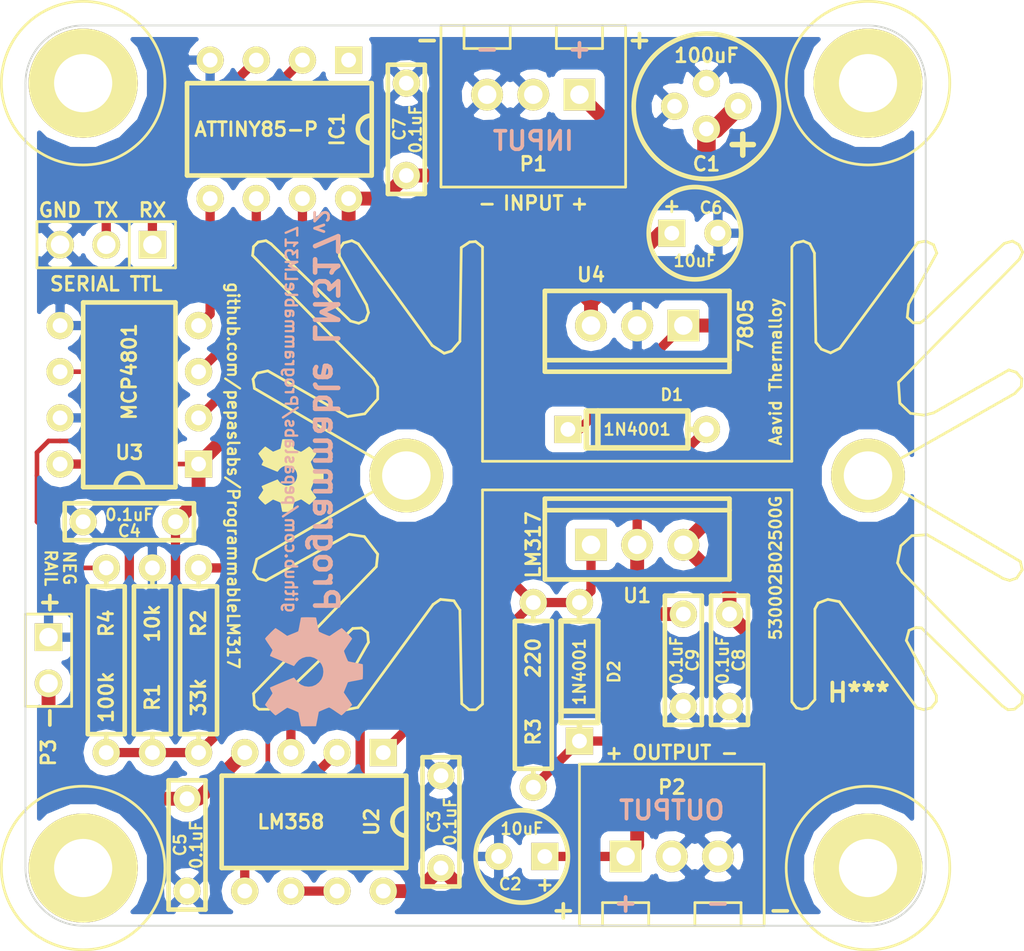
<source format=kicad_pcb>
(kicad_pcb (version 3) (host pcbnew "(2013-07-07 BZR 4022)-stable")

  (general
    (links 58)
    (no_connects 0)
    (area 121.869999 123.139999 171.500001 172.770001)
    (thickness 1.6)
    (drawings 37)
    (tracks 126)
    (zones 0)
    (modules 31)
    (nets 15)
  )

  (page A3)
  (layers
    (15 F.Cu signal)
    (0 B.Cu signal hide)
    (16 B.Adhes user)
    (17 F.Adhes user)
    (18 B.Paste user)
    (19 F.Paste user)
    (20 B.SilkS user)
    (21 F.SilkS user)
    (22 B.Mask user)
    (23 F.Mask user)
    (24 Dwgs.User user)
    (25 Cmts.User user)
    (26 Eco1.User user)
    (27 Eco2.User user)
    (28 Edge.Cuts user)
  )

  (setup
    (last_trace_width 0.508)
    (user_trace_width 0.508)
    (user_trace_width 0.762)
    (user_trace_width 1.016)
    (user_trace_width 1.524)
    (user_trace_width 2.032)
    (trace_clearance 0.254)
    (zone_clearance 0.508)
    (zone_45_only no)
    (trace_min 0.254)
    (segment_width 0.2)
    (edge_width 0.1)
    (via_size 0.889)
    (via_drill 0.635)
    (via_min_size 0.889)
    (via_min_drill 0.508)
    (uvia_size 0.508)
    (uvia_drill 0.127)
    (uvias_allowed no)
    (uvia_min_size 0.508)
    (uvia_min_drill 0.127)
    (pcb_text_width 0.2032)
    (pcb_text_size 1.016 1.016)
    (mod_edge_width 0.15)
    (mod_text_size 1 1)
    (mod_text_width 0.15)
    (pad_size 1.7526 1.7526)
    (pad_drill 1.016)
    (pad_to_mask_clearance 0)
    (aux_axis_origin 0 0)
    (visible_elements 7FFFFFFF)
    (pcbplotparams
      (layerselection 284196865)
      (usegerberextensions true)
      (excludeedgelayer true)
      (linewidth 0.150000)
      (plotframeref false)
      (viasonmask false)
      (mode 1)
      (useauxorigin false)
      (hpglpennumber 1)
      (hpglpenspeed 20)
      (hpglpendiameter 15)
      (hpglpenoverlay 2)
      (psnegative false)
      (psa4output false)
      (plotreference true)
      (plotvalue true)
      (plotothertext true)
      (plotinvisibletext false)
      (padsonsilk false)
      (subtractmaskfromsilk false)
      (outputformat 1)
      (mirror false)
      (drillshape 0)
      (scaleselection 1)
      (outputdirectory gerbers/))
  )

  (net 0 "")
  (net 1 5V)
  (net 2 GND)
  (net 3 N-0000013)
  (net 4 N-0000014)
  (net 5 N-0000016)
  (net 6 N-0000017)
  (net 7 N-0000019)
  (net 8 N-000007)
  (net 9 N-000008)
  (net 10 RX)
  (net 11 TX)
  (net 12 Vcc)
  (net 13 Vee)
  (net 14 Vout)

  (net_class Default "This is the default net class."
    (clearance 0.254)
    (trace_width 0.254)
    (via_dia 0.889)
    (via_drill 0.635)
    (uvia_dia 0.508)
    (uvia_drill 0.127)
    (add_net "")
    (add_net 5V)
    (add_net GND)
    (add_net N-0000013)
    (add_net N-0000014)
    (add_net N-0000016)
    (add_net N-0000017)
    (add_net N-0000019)
    (add_net N-000007)
    (add_net N-000008)
    (add_net RX)
    (add_net TX)
    (add_net Vcc)
    (add_net Vee)
    (add_net Vout)
  )

  (module TO-220_V_069A (layer F.Cu) (tedit 5512CD26) (tstamp 5512132B)
    (at 158.115 139.7 180)
    (descr "TO-220, vertical, 0.04\" holes, 0.069\" pads")
    (tags "TR TO220")
    (path /550F966D)
    (fp_text reference U4 (at 5.08 2.794 180) (layer F.SilkS)
      (effects (font (size 0.762 0.762) (thickness 0.1524)))
    )
    (fp_text value 7805 (at -3.429 0 270) (layer F.SilkS)
      (effects (font (size 0.762 0.762) (thickness 0.1524)))
    )
    (fp_line (start -2.54 -1.905) (end -2.54 -2.54) (layer F.SilkS) (width 0.254))
    (fp_line (start -2.54 -2.54) (end 7.62 -2.54) (layer F.SilkS) (width 0.254))
    (fp_line (start 7.62 -2.54) (end 7.62 -1.905) (layer F.SilkS) (width 0.254))
    (fp_line (start -2.54 1.905) (end -2.54 -1.905) (layer F.SilkS) (width 0.254))
    (fp_line (start -2.54 -1.905) (end 7.62 -1.905) (layer F.SilkS) (width 0.254))
    (fp_line (start 7.62 -1.905) (end 7.62 1.905) (layer F.SilkS) (width 0.254))
    (fp_line (start 7.62 1.905) (end -2.54 1.905) (layer F.SilkS) (width 0.254))
    (pad 1 thru_hole rect (at 0 0 270) (size 1.7526 1.7526) (drill 1.016)
      (layers *.Cu *.Mask F.SilkS)
      (net 12 Vcc)
    )
    (pad 2 thru_hole oval (at 2.54 0 270) (size 1.7526 1.7526) (drill 1.016)
      (layers *.Cu *.Mask F.SilkS)
      (net 2 GND)
    )
    (pad 3 thru_hole oval (at 5.08 0 270) (size 1.7526 1.7526) (drill 1.016)
      (layers *.Cu *.Mask F.SilkS)
      (net 1 5V)
    )
  )

  (module ELCAP_10_20_V_059A (layer F.Cu) (tedit 5512CD0B) (tstamp 55121389)
    (at 157.48 134.62)
    (descr "Electrolytic Capacitor, vertical, 0.1\" pins, 0.2\" body")
    (tags CP)
    (path /550F9688)
    (fp_text reference C6 (at 2.159 -1.397) (layer F.SilkS)
      (effects (font (size 0.635 0.635) (thickness 0.127)))
    )
    (fp_text value 10uF (at 1.27 1.524) (layer F.SilkS)
      (effects (font (size 0.635 0.635) (thickness 0.127)))
    )
    (fp_text user + (at 0 -1.524) (layer F.SilkS)
      (effects (font (size 0.762 0.762) (thickness 0.1524)))
    )
    (fp_circle (center 1.27 0) (end 3.81 0) (layer F.SilkS) (width 0.254))
    (pad 1 thru_hole rect (at 0 0) (size 1.4986 1.4986) (drill 0.8128)
      (layers *.Cu *.Mask F.SilkS)
      (net 1 5V)
    )
    (pad 2 thru_hole oval (at 2.54 0) (size 1.4986 1.4986) (drill 0.8128)
      (layers *.Cu *.Mask F.SilkS)
      (net 2 GND)
    )
    (model discret/c_vert_c2v10.wrl
      (at (xyz 0 0 0))
      (scale (xyz 1 1 1))
      (rotate (xyz 0 0 0))
    )
  )

  (module TO-220_V_069A (layer F.Cu) (tedit 53A23DA0) (tstamp 5512131D)
    (at 153.035 151.765)
    (descr "TO-220, vertical, 0.04\" holes, 0.069\" pads")
    (tags "TR TO220")
    (path /550F906F)
    (fp_text reference U1 (at 2.54 2.794) (layer F.SilkS)
      (effects (font (size 0.762 0.762) (thickness 0.1524)))
    )
    (fp_text value LM317 (at -3.175 0 90) (layer F.SilkS)
      (effects (font (size 0.762 0.762) (thickness 0.1524)))
    )
    (fp_line (start -2.54 -1.905) (end -2.54 -2.54) (layer F.SilkS) (width 0.254))
    (fp_line (start -2.54 -2.54) (end 7.62 -2.54) (layer F.SilkS) (width 0.254))
    (fp_line (start 7.62 -2.54) (end 7.62 -1.905) (layer F.SilkS) (width 0.254))
    (fp_line (start -2.54 1.905) (end -2.54 -1.905) (layer F.SilkS) (width 0.254))
    (fp_line (start -2.54 -1.905) (end 7.62 -1.905) (layer F.SilkS) (width 0.254))
    (fp_line (start 7.62 -1.905) (end 7.62 1.905) (layer F.SilkS) (width 0.254))
    (fp_line (start 7.62 1.905) (end -2.54 1.905) (layer F.SilkS) (width 0.254))
    (pad 1 thru_hole rect (at 0 0 90) (size 1.7526 1.7526) (drill 1.016)
      (layers *.Cu *.Mask F.SilkS)
      (net 4 N-0000014)
    )
    (pad 2 thru_hole oval (at 2.54 0 90) (size 1.7526 1.7526) (drill 1.016)
      (layers *.Cu *.Mask F.SilkS)
      (net 14 Vout)
    )
    (pad 3 thru_hole oval (at 5.08 0 90) (size 1.7526 1.7526) (drill 1.016)
      (layers *.Cu *.Mask F.SilkS)
      (net 12 Vcc)
    )
  )

  (module R_AXIAL_0W25_059A (layer F.Cu) (tedit 53A245D9) (tstamp 55121338)
    (at 128.905 163.195 90)
    (descr "Resistor Axial 1/4W 0.4\"")
    (tags R)
    (path /550F91CC)
    (autoplace_cost180 10)
    (fp_text reference R1 (at 3.048 0 90) (layer F.SilkS)
      (effects (font (size 0.762 0.762) (thickness 0.1524)))
    )
    (fp_text value 10k (at 7.112 0 90) (layer F.SilkS)
      (effects (font (size 0.762 0.762) (thickness 0.1524)))
    )
    (fp_line (start 0 0) (end 1.016 0) (layer F.SilkS) (width 0.254))
    (fp_line (start 1.016 0) (end 1.016 -1.016) (layer F.SilkS) (width 0.254))
    (fp_line (start 1.016 -1.016) (end 9.144 -1.016) (layer F.SilkS) (width 0.254))
    (fp_line (start 9.144 -1.016) (end 9.144 1.016) (layer F.SilkS) (width 0.254))
    (fp_line (start 9.144 1.016) (end 1.016 1.016) (layer F.SilkS) (width 0.254))
    (fp_line (start 1.016 1.016) (end 1.016 0) (layer F.SilkS) (width 0.254))
    (fp_line (start 10.16 0) (end 9.144 0) (layer F.SilkS) (width 0.254))
    (pad 1 thru_hole oval (at 0 0 90) (size 1.4986 1.4986) (drill 0.8128)
      (layers *.Cu *.Mask F.SilkS)
      (net 3 N-0000013)
    )
    (pad 2 thru_hole oval (at 10.16 0 90) (size 1.4986 1.4986) (drill 0.8128)
      (layers *.Cu *.Mask F.SilkS)
      (net 2 GND)
    )
    (model discret/resistor.wrl
      (at (xyz 0 0 0))
      (scale (xyz 0.4 0.4 0.4))
      (rotate (xyz 0 0 0))
    )
  )

  (module R_AXIAL_0W25_059A (layer F.Cu) (tedit 53A245D9) (tstamp 55121345)
    (at 131.445 153.035 270)
    (descr "Resistor Axial 1/4W 0.4\"")
    (tags R)
    (path /550F91DB)
    (autoplace_cost180 10)
    (fp_text reference R2 (at 3.048 0 270) (layer F.SilkS)
      (effects (font (size 0.762 0.762) (thickness 0.1524)))
    )
    (fp_text value 33k (at 7.112 0 270) (layer F.SilkS)
      (effects (font (size 0.762 0.762) (thickness 0.1524)))
    )
    (fp_line (start 0 0) (end 1.016 0) (layer F.SilkS) (width 0.254))
    (fp_line (start 1.016 0) (end 1.016 -1.016) (layer F.SilkS) (width 0.254))
    (fp_line (start 1.016 -1.016) (end 9.144 -1.016) (layer F.SilkS) (width 0.254))
    (fp_line (start 9.144 -1.016) (end 9.144 1.016) (layer F.SilkS) (width 0.254))
    (fp_line (start 9.144 1.016) (end 1.016 1.016) (layer F.SilkS) (width 0.254))
    (fp_line (start 1.016 1.016) (end 1.016 0) (layer F.SilkS) (width 0.254))
    (fp_line (start 10.16 0) (end 9.144 0) (layer F.SilkS) (width 0.254))
    (pad 1 thru_hole oval (at 0 0 270) (size 1.4986 1.4986) (drill 0.8128)
      (layers *.Cu *.Mask F.SilkS)
      (net 4 N-0000014)
    )
    (pad 2 thru_hole oval (at 10.16 0 270) (size 1.4986 1.4986) (drill 0.8128)
      (layers *.Cu *.Mask F.SilkS)
      (net 3 N-0000013)
    )
    (model discret/resistor.wrl
      (at (xyz 0 0 0))
      (scale (xyz 0.4 0.4 0.4))
      (rotate (xyz 0 0 0))
    )
  )

  (module PIN_ARRAY_3X1 (layer F.Cu) (tedit 5512CFAB) (tstamp 55121351)
    (at 126.365 135.255 180)
    (descr "Connecteur 3 pins")
    (tags "CONN DEV")
    (path /550F9D52)
    (fp_text reference K1 (at 0.254 -2.159 180) (layer F.SilkS) hide
      (effects (font (size 0.762 0.762) (thickness 0.1524)))
    )
    (fp_text value CONN_3 (at 0 -2.159 180) (layer F.SilkS) hide
      (effects (font (size 1.016 1.016) (thickness 0.1524)))
    )
    (fp_line (start -3.81 1.27) (end -3.81 -1.27) (layer F.SilkS) (width 0.1524))
    (fp_line (start -3.81 -1.27) (end 3.81 -1.27) (layer F.SilkS) (width 0.1524))
    (fp_line (start 3.81 -1.27) (end 3.81 1.27) (layer F.SilkS) (width 0.1524))
    (fp_line (start 3.81 1.27) (end -3.81 1.27) (layer F.SilkS) (width 0.1524))
    (fp_line (start -1.27 -1.27) (end -1.27 1.27) (layer F.SilkS) (width 0.1524))
    (pad 1 thru_hole rect (at -2.54 0 180) (size 1.524 1.524) (drill 1.016)
      (layers *.Cu *.Mask F.SilkS)
      (net 10 RX)
    )
    (pad 2 thru_hole circle (at 0 0 180) (size 1.524 1.524) (drill 1.016)
      (layers *.Cu *.Mask F.SilkS)
      (net 11 TX)
    )
    (pad 3 thru_hole circle (at 2.54 0 180) (size 1.524 1.524) (drill 1.016)
      (layers *.Cu *.Mask F.SilkS)
      (net 2 GND)
    )
    (model pin_array/pins_array_3x1.wrl
      (at (xyz 0 0 0))
      (scale (xyz 1 1 1))
      (rotate (xyz 0 0 0))
    )
  )

  (module MedCap (layer F.Cu) (tedit 551380A3) (tstamp 55121371)
    (at 159.385 127.635 180)
    (path /550F907E)
    (fp_text reference C1 (at 0 -3.175 180) (layer F.SilkS)
      (effects (font (size 0.762 0.762) (thickness 0.1524)))
    )
    (fp_text value 100uF (at 0 2.794 180) (layer F.SilkS)
      (effects (font (size 0.762 0.762) (thickness 0.1524)))
    )
    (fp_circle (center 0 0) (end -4 0) (layer F.SilkS) (width 0.254))
    (fp_text user 3.5mm (at 2.75 1.5 180) (layer F.SilkS) hide
      (effects (font (size 0.635 0.635) (thickness 0.127)))
    )
    (fp_text user 2.5mm (at 0 2.75 180) (layer F.SilkS) hide
      (effects (font (size 0.635 0.635) (thickness 0.127)))
    )
    (fp_text user + (at -2 -2 180) (layer F.SilkS)
      (effects (font (size 1.524 1.524) (thickness 0.3048)))
    )
    (pad 2 thru_hole circle (at 0 1.25 180) (size 1.4986 1.4986) (drill 0.8128)
      (layers *.Cu *.Mask F.SilkS)
      (net 2 GND)
    )
    (pad 1 thru_hole circle (at -1.75 0 180) (size 1.4986 1.4986) (drill 0.8128)
      (layers *.Cu *.Mask F.SilkS)
      (net 12 Vcc)
    )
    (pad 2 thru_hole circle (at 1.75 0 180) (size 1.4986 1.4986) (drill 0.8128)
      (layers *.Cu *.Mask F.SilkS)
      (net 2 GND)
    )
    (pad 1 thru_hole circle (at 0 -1.25 180) (size 1.4986 1.4986) (drill 0.8128)
      (layers *.Cu *.Mask F.SilkS)
      (net 12 Vcc)
    )
  )

  (module CERCAP_2_059A (layer F.Cu) (tedit 53A24A4F) (tstamp 551213A5)
    (at 144.78 167.005 90)
    (descr "Capacitor, 0.2\" pin spacing")
    (tags C)
    (path /550F9257)
    (fp_text reference C3 (at 0 -0.381 90) (layer F.SilkS)
      (effects (font (size 0.635 0.635) (thickness 0.127)))
    )
    (fp_text value 0.1uF (at 0 0.508 90) (layer F.SilkS)
      (effects (font (size 0.635 0.635) (thickness 0.127)))
    )
    (fp_line (start -3.556 -1.016) (end 3.556 -1.016) (layer F.SilkS) (width 0.254))
    (fp_line (start 3.556 -1.016) (end 3.556 1.016) (layer F.SilkS) (width 0.254))
    (fp_line (start 3.556 1.016) (end -3.556 1.016) (layer F.SilkS) (width 0.254))
    (fp_line (start -3.556 1.016) (end -3.556 -1.016) (layer F.SilkS) (width 0.254))
    (pad 1 thru_hole circle (at -2.54 0 90) (size 1.4986 1.4986) (drill 0.8128)
      (layers *.Cu *.Mask F.SilkS)
      (net 12 Vcc)
    )
    (pad 2 thru_hole circle (at 2.54 0 90) (size 1.4986 1.4986) (drill 0.8128)
      (layers *.Cu *.Mask F.SilkS)
      (net 2 GND)
    )
    (model discret/capa_2pas_5x5mm.wrl
      (at (xyz 0 0 0))
      (scale (xyz 1 1 1))
      (rotate (xyz 0 0 0))
    )
  )

  (module CERCAP_2_059A (layer F.Cu) (tedit 53A24A4F) (tstamp 551213AF)
    (at 142.875 128.905 90)
    (descr "Capacitor, 0.2\" pin spacing")
    (tags C)
    (path /550F97D7)
    (fp_text reference C7 (at 0 -0.381 90) (layer F.SilkS)
      (effects (font (size 0.635 0.635) (thickness 0.127)))
    )
    (fp_text value 0.1uF (at 0 0.508 90) (layer F.SilkS)
      (effects (font (size 0.635 0.635) (thickness 0.127)))
    )
    (fp_line (start -3.556 -1.016) (end 3.556 -1.016) (layer F.SilkS) (width 0.254))
    (fp_line (start 3.556 -1.016) (end 3.556 1.016) (layer F.SilkS) (width 0.254))
    (fp_line (start 3.556 1.016) (end -3.556 1.016) (layer F.SilkS) (width 0.254))
    (fp_line (start -3.556 1.016) (end -3.556 -1.016) (layer F.SilkS) (width 0.254))
    (pad 1 thru_hole circle (at -2.54 0 90) (size 1.4986 1.4986) (drill 0.8128)
      (layers *.Cu *.Mask F.SilkS)
      (net 1 5V)
    )
    (pad 2 thru_hole circle (at 2.54 0 90) (size 1.4986 1.4986) (drill 0.8128)
      (layers *.Cu *.Mask F.SilkS)
      (net 2 GND)
    )
    (model discret/capa_2pas_5x5mm.wrl
      (at (xyz 0 0 0))
      (scale (xyz 1 1 1))
      (rotate (xyz 0 0 0))
    )
  )

  (module CERCAP_2_059A (layer F.Cu) (tedit 5512CF5C) (tstamp 551213B9)
    (at 127.635 150.495 180)
    (descr "Capacitor, 0.2\" pin spacing")
    (tags C)
    (path /550F99AE)
    (fp_text reference C4 (at 0 -0.508 180) (layer F.SilkS)
      (effects (font (size 0.635 0.635) (thickness 0.127)))
    )
    (fp_text value 0.1uF (at 0 0.381 180) (layer F.SilkS)
      (effects (font (size 0.635 0.635) (thickness 0.127)))
    )
    (fp_line (start -3.556 -1.016) (end 3.556 -1.016) (layer F.SilkS) (width 0.254))
    (fp_line (start 3.556 -1.016) (end 3.556 1.016) (layer F.SilkS) (width 0.254))
    (fp_line (start 3.556 1.016) (end -3.556 1.016) (layer F.SilkS) (width 0.254))
    (fp_line (start -3.556 1.016) (end -3.556 -1.016) (layer F.SilkS) (width 0.254))
    (pad 1 thru_hole circle (at -2.54 0 180) (size 1.4986 1.4986) (drill 0.8128)
      (layers *.Cu *.Mask F.SilkS)
      (net 1 5V)
    )
    (pad 2 thru_hole circle (at 2.54 0 180) (size 1.4986 1.4986) (drill 0.8128)
      (layers *.Cu *.Mask F.SilkS)
      (net 2 GND)
    )
    (model discret/capa_2pas_5x5mm.wrl
      (at (xyz 0 0 0))
      (scale (xyz 1 1 1))
      (rotate (xyz 0 0 0))
    )
  )

  (module DIP8_059A (layer F.Cu) (tedit 53A23991) (tstamp 55121467)
    (at 141.605 163.195 180)
    (descr "8-lead DIP package")
    (tags DIP)
    (path /550F91B8)
    (fp_text reference U2 (at 0.635 -3.81 270) (layer F.SilkS)
      (effects (font (size 0.762 0.762) (thickness 0.1524)))
    )
    (fp_text value LM358 (at 5.08 -3.81 180) (layer F.SilkS)
      (effects (font (size 0.762 0.762) (thickness 0.1524)))
    )
    (fp_arc (start -1.27 -3.81) (end -1.27 -4.572) (angle 90) (layer F.SilkS) (width 0.254))
    (fp_arc (start -1.27 -3.81) (end -0.508 -3.81) (angle 90) (layer F.SilkS) (width 0.254))
    (fp_line (start -1.27 -6.35) (end 8.89 -6.35) (layer F.SilkS) (width 0.254))
    (fp_line (start 8.89 -6.35) (end 8.89 -1.27) (layer F.SilkS) (width 0.254))
    (fp_line (start 8.89 -1.27) (end -1.27 -1.27) (layer F.SilkS) (width 0.254))
    (fp_line (start -1.27 -1.27) (end -1.27 -6.35) (layer F.SilkS) (width 0.254))
    (pad 1 thru_hole rect (at 0 0 180) (size 1.4986 1.4986) (drill 0.8128)
      (layers *.Cu *.Mask F.SilkS)
      (net 4 N-0000014)
    )
    (pad 2 thru_hole oval (at 2.54 0 180) (size 1.4986 1.4986) (drill 0.8128)
      (layers *.Cu *.Mask F.SilkS)
      (net 3 N-0000013)
    )
    (pad 3 thru_hole oval (at 5.08 0 180) (size 1.4986 1.4986) (drill 0.8128)
      (layers *.Cu *.Mask F.SilkS)
      (net 7 N-0000019)
    )
    (pad 4 thru_hole oval (at 7.62 0 180) (size 1.4986 1.4986) (drill 0.8128)
      (layers *.Cu *.Mask F.SilkS)
      (net 13 Vee)
    )
    (pad 5 thru_hole oval (at 7.62 -7.62 180) (size 1.4986 1.4986) (drill 0.8128)
      (layers *.Cu *.Mask F.SilkS)
      (net 1 5V)
    )
    (pad 6 thru_hole oval (at 5.08 -7.62 180) (size 1.4986 1.4986) (drill 0.8128)
      (layers *.Cu *.Mask F.SilkS)
      (net 5 N-0000016)
    )
    (pad 8 thru_hole oval (at 0 -7.62 180) (size 1.4986 1.4986) (drill 0.8128)
      (layers *.Cu *.Mask F.SilkS)
      (net 12 Vcc)
    )
    (pad 7 thru_hole oval (at 2.54 -7.62 180) (size 1.4986 1.4986) (drill 0.8128)
      (layers *.Cu *.Mask F.SilkS)
      (net 5 N-0000016)
    )
    (model dil/dil_8.wrl
      (at (xyz 0 0 0))
      (scale (xyz 1 1 1))
      (rotate (xyz 0 0 0))
    )
  )

  (module DIP8_059A (layer F.Cu) (tedit 53A23991) (tstamp 55121479)
    (at 131.445 147.32 90)
    (descr "8-lead DIP package")
    (tags DIP)
    (path /550F9940)
    (fp_text reference U3 (at 0.635 -3.81 180) (layer F.SilkS)
      (effects (font (size 0.762 0.762) (thickness 0.1524)))
    )
    (fp_text value MCP4801 (at 5.08 -3.81 90) (layer F.SilkS)
      (effects (font (size 0.762 0.762) (thickness 0.1524)))
    )
    (fp_arc (start -1.27 -3.81) (end -1.27 -4.572) (angle 90) (layer F.SilkS) (width 0.254))
    (fp_arc (start -1.27 -3.81) (end -0.508 -3.81) (angle 90) (layer F.SilkS) (width 0.254))
    (fp_line (start -1.27 -6.35) (end 8.89 -6.35) (layer F.SilkS) (width 0.254))
    (fp_line (start 8.89 -6.35) (end 8.89 -1.27) (layer F.SilkS) (width 0.254))
    (fp_line (start 8.89 -1.27) (end -1.27 -1.27) (layer F.SilkS) (width 0.254))
    (fp_line (start -1.27 -1.27) (end -1.27 -6.35) (layer F.SilkS) (width 0.254))
    (pad 1 thru_hole rect (at 0 0 90) (size 1.4986 1.4986) (drill 0.8128)
      (layers *.Cu *.Mask F.SilkS)
      (net 1 5V)
    )
    (pad 2 thru_hole oval (at 2.54 0 90) (size 1.4986 1.4986) (drill 0.8128)
      (layers *.Cu *.Mask F.SilkS)
      (net 9 N-000008)
    )
    (pad 3 thru_hole oval (at 5.08 0 90) (size 1.4986 1.4986) (drill 0.8128)
      (layers *.Cu *.Mask F.SilkS)
      (net 8 N-000007)
    )
    (pad 4 thru_hole oval (at 7.62 0 90) (size 1.4986 1.4986) (drill 0.8128)
      (layers *.Cu *.Mask F.SilkS)
      (net 6 N-0000017)
    )
    (pad 5 thru_hole oval (at 7.62 -7.62 90) (size 1.4986 1.4986) (drill 0.8128)
      (layers *.Cu *.Mask F.SilkS)
      (net 2 GND)
    )
    (pad 6 thru_hole oval (at 5.08 -7.62 90) (size 1.4986 1.4986) (drill 0.8128)
      (layers *.Cu *.Mask F.SilkS)
      (net 1 5V)
    )
    (pad 8 thru_hole oval (at 0 -7.62 90) (size 1.4986 1.4986) (drill 0.8128)
      (layers *.Cu *.Mask F.SilkS)
      (net 7 N-0000019)
    )
    (pad 7 thru_hole oval (at 2.54 -7.62 90) (size 1.4986 1.4986) (drill 0.8128)
      (layers *.Cu *.Mask F.SilkS)
      (net 2 GND)
    )
    (model dil/dil_8.wrl
      (at (xyz 0 0 0))
      (scale (xyz 1 1 1))
      (rotate (xyz 0 0 0))
    )
  )

  (module DIP8_059A (layer F.Cu) (tedit 5512CD55) (tstamp 551213FB)
    (at 139.7 125.095 180)
    (descr "8-lead DIP package")
    (tags DIP)
    (path /550F9657)
    (fp_text reference IC1 (at 0.635 -3.81 270) (layer F.SilkS)
      (effects (font (size 0.762 0.762) (thickness 0.1524)))
    )
    (fp_text value ATTINY85-P (at 5.08 -3.81 180) (layer F.SilkS)
      (effects (font (size 0.762 0.762) (thickness 0.1524)))
    )
    (fp_arc (start -1.27 -3.81) (end -1.27 -4.572) (angle 90) (layer F.SilkS) (width 0.254))
    (fp_arc (start -1.27 -3.81) (end -0.508 -3.81) (angle 90) (layer F.SilkS) (width 0.254))
    (fp_line (start -1.27 -6.35) (end 8.89 -6.35) (layer F.SilkS) (width 0.254))
    (fp_line (start 8.89 -6.35) (end 8.89 -1.27) (layer F.SilkS) (width 0.254))
    (fp_line (start 8.89 -1.27) (end -1.27 -1.27) (layer F.SilkS) (width 0.254))
    (fp_line (start -1.27 -1.27) (end -1.27 -6.35) (layer F.SilkS) (width 0.254))
    (pad 1 thru_hole rect (at 0 0 180) (size 1.4986 1.4986) (drill 0.8128)
      (layers *.Cu *.Mask F.SilkS)
    )
    (pad 2 thru_hole oval (at 2.54 0 180) (size 1.4986 1.4986) (drill 0.8128)
      (layers *.Cu *.Mask F.SilkS)
      (net 10 RX)
    )
    (pad 3 thru_hole oval (at 5.08 0 180) (size 1.4986 1.4986) (drill 0.8128)
      (layers *.Cu *.Mask F.SilkS)
      (net 11 TX)
    )
    (pad 4 thru_hole oval (at 7.62 0 180) (size 1.4986 1.4986) (drill 0.8128)
      (layers *.Cu *.Mask F.SilkS)
      (net 2 GND)
    )
    (pad 5 thru_hole oval (at 7.62 -7.62 180) (size 1.4986 1.4986) (drill 0.8128)
      (layers *.Cu *.Mask F.SilkS)
      (net 6 N-0000017)
    )
    (pad 6 thru_hole oval (at 5.08 -7.62 180) (size 1.4986 1.4986) (drill 0.8128)
      (layers *.Cu *.Mask F.SilkS)
      (net 8 N-000007)
    )
    (pad 8 thru_hole oval (at 0 -7.62 180) (size 1.4986 1.4986) (drill 0.8128)
      (layers *.Cu *.Mask F.SilkS)
      (net 1 5V)
    )
    (pad 7 thru_hole oval (at 2.54 -7.62 180) (size 1.4986 1.4986) (drill 0.8128)
      (layers *.Cu *.Mask F.SilkS)
      (net 9 N-000008)
    )
    (model dil/dil_8.wrl
      (at (xyz 0 0 0))
      (scale (xyz 1 1 1))
      (rotate (xyz 0 0 0))
    )
  )

  (module 530002B02500G (layer F.Cu) (tedit 5525C425) (tstamp 55127A32)
    (at 168.275 147.955 180)
    (descr "Aavid Thermalloy 530002B02500G TO-220 heat sink")
    (fp_text reference H*** (at 0.508 -11.938 180) (layer F.SilkS)
      (effects (font (size 1.016 1.016) (thickness 0.2032)))
    )
    (fp_text value 530002B02500G (at 5.08 -5.08 270) (layer F.SilkS)
      (effects (font (size 0.635 0.635) (thickness 0.127)))
    )
    (fp_text user "Aavid Thermalloy" (at 5.08 5.715 270) (layer F.SilkS)
      (effects (font (size 0.635 0.635) (thickness 0.127)))
    )
    (fp_line (start 21.59 12.8778) (end 21.209 12.573) (layer F.SilkS) (width 0.15))
    (fp_line (start 21.209 0.7874) (end 21.209 12.573) (layer F.SilkS) (width 0.15))
    (fp_line (start 21.5646 -12.8778) (end 21.209 -12.573) (layer F.SilkS) (width 0.15))
    (fp_line (start 21.209 -0.7874) (end 21.209 -12.573) (layer F.SilkS) (width 0.15))
    (fp_line (start 3.9878 12.8016) (end 4.191 12.573) (layer F.SilkS) (width 0.15))
    (fp_line (start 4.191 0.7874) (end 4.191 12.573) (layer F.SilkS) (width 0.15))
    (fp_line (start 4.191 -12.446) (end 3.937 -12.7762) (layer F.SilkS) (width 0.15))
    (fp_line (start 4.191 -0.7874) (end 4.191 -12.446) (layer F.SilkS) (width 0.15))
    (fp_line (start -1.1176 -0.4356) (end -8.382 -4.7282) (layer F.SilkS) (width 0.15))
    (fp_line (start -8.382 -4.7282) (end -8.4836 -5.1854) (layer F.SilkS) (width 0.15))
    (fp_line (start -8.4836 -5.1854) (end -8.1788 -5.6426) (layer F.SilkS) (width 0.15))
    (fp_line (start -8.1788 -5.6426) (end -7.7978 -5.7696) (layer F.SilkS) (width 0.15))
    (fp_line (start -7.7978 -5.7696) (end -7.4422 -5.668) (layer F.SilkS) (width 0.15))
    (fp_line (start -7.4422 -5.668) (end -3.2512 -3.255) (layer F.SilkS) (width 0.15))
    (fp_line (start -3.2512 -3.255) (end -2.413 -3.3058) (layer F.SilkS) (width 0.15))
    (fp_line (start -2.413 -3.3058) (end -1.8034 -3.8646) (layer F.SilkS) (width 0.15))
    (fp_line (start -1.8034 -3.8646) (end -1.6256 -4.8044) (layer F.SilkS) (width 0.15))
    (fp_line (start -1.6256 -4.8044) (end -1.8796 -5.3124) (layer F.SilkS) (width 0.15))
    (fp_line (start -1.8796 -5.3124) (end -8.509 -12.0942) (layer F.SilkS) (width 0.15))
    (fp_line (start -8.509 -12.0942) (end -8.4582 -12.526) (layer F.SilkS) (width 0.15))
    (fp_line (start -8.4582 -12.526) (end -8.0518 -12.8562) (layer F.SilkS) (width 0.15))
    (fp_line (start -8.0518 -12.8562) (end -7.6962 -12.8816) (layer F.SilkS) (width 0.15))
    (fp_line (start -7.6962 -12.8816) (end -7.3914 -12.6784) (layer F.SilkS) (width 0.15))
    (fp_line (start -7.3914 -12.6784) (end -2.9464 -8.3858) (layer F.SilkS) (width 0.15))
    (fp_line (start -2.9464 -8.3858) (end -2.6416 -8.3604) (layer F.SilkS) (width 0.15))
    (fp_line (start -2.6416 -8.3604) (end -2.2606 -8.5128) (layer F.SilkS) (width 0.15))
    (fp_line (start -2.2606 -8.5128) (end -2.1082 -9.0716) (layer F.SilkS) (width 0.15))
    (fp_line (start -2.1082 -9.0716) (end -3.7592 -12.0942) (layer F.SilkS) (width 0.15))
    (fp_line (start -3.7592 -12.0942) (end -3.7592 -12.4244) (layer F.SilkS) (width 0.15))
    (fp_line (start -3.7592 -12.4244) (end -3.4798 -12.78) (layer F.SilkS) (width 0.15))
    (fp_line (start -3.4798 -12.78) (end -3.0734 -12.8816) (layer F.SilkS) (width 0.15))
    (fp_line (start -3.0734 -12.8816) (end -2.6924 -12.78) (layer F.SilkS) (width 0.15))
    (fp_line (start -2.6924 -12.78) (end 1.5748 -6.938) (layer F.SilkS) (width 0.15))
    (fp_line (start 1.5748 -6.938) (end 2.2098 -6.811) (layer F.SilkS) (width 0.15))
    (fp_line (start 2.2098 -6.811) (end 2.7432 -7.0142) (layer F.SilkS) (width 0.15))
    (fp_line (start 2.7432 -7.0142) (end 2.921 -7.3444) (layer F.SilkS) (width 0.15))
    (fp_line (start 2.921 -7.3444) (end 2.921 -12.3228) (layer F.SilkS) (width 0.15))
    (fp_line (start 2.921 -12.3228) (end 3.3274 -12.78) (layer F.SilkS) (width 0.15))
    (fp_line (start 3.3274 -12.78) (end 3.6322 -12.8562) (layer F.SilkS) (width 0.15))
    (fp_line (start 3.6322 -12.8562) (end 3.937 -12.78) (layer F.SilkS) (width 0.15))
    (fp_line (start 3.9878 12.8016) (end 3.556 12.8994) (layer F.SilkS) (width 0.15))
    (fp_line (start 3.556 12.8994) (end 3.2004 12.747) (layer F.SilkS) (width 0.15))
    (fp_line (start 3.2004 12.747) (end 2.9464 12.239) (layer F.SilkS) (width 0.15))
    (fp_line (start 2.9464 12.239) (end 2.8702 7.3368) (layer F.SilkS) (width 0.15))
    (fp_line (start 2.8702 7.3368) (end 2.5654 6.9558) (layer F.SilkS) (width 0.15))
    (fp_line (start 2.5654 6.9558) (end 2.0574 6.7526) (layer F.SilkS) (width 0.15))
    (fp_line (start 2.0574 6.7526) (end 1.5494 7.0066) (layer F.SilkS) (width 0.15))
    (fp_line (start 1.5494 7.0066) (end -2.7432 12.8232) (layer F.SilkS) (width 0.15))
    (fp_line (start -2.7432 12.8232) (end -3.175 12.8994) (layer F.SilkS) (width 0.15))
    (fp_line (start -3.175 12.8994) (end -3.6068 12.6962) (layer F.SilkS) (width 0.15))
    (fp_line (start -3.6068 12.6962) (end -3.7846 12.239) (layer F.SilkS) (width 0.15))
    (fp_line (start -3.7846 12.239) (end -2.2352 9.4196) (layer F.SilkS) (width 0.15))
    (fp_line (start -2.2352 9.4196) (end -2.159 8.7084) (layer F.SilkS) (width 0.15))
    (fp_line (start -2.159 8.7084) (end -2.4892 8.4036) (layer F.SilkS) (width 0.15))
    (fp_line (start -2.4892 8.4036) (end -2.8702 8.4036) (layer F.SilkS) (width 0.15))
    (fp_line (start -2.8702 8.4036) (end -3.1242 8.5814) (layer F.SilkS) (width 0.15))
    (fp_line (start -3.1242 8.5814) (end -7.493 12.7724) (layer F.SilkS) (width 0.15))
    (fp_line (start -7.493 12.7724) (end -7.9502 12.8994) (layer F.SilkS) (width 0.15))
    (fp_line (start -7.9502 12.8994) (end -8.3058 12.6962) (layer F.SilkS) (width 0.15))
    (fp_line (start -8.3058 12.6962) (end -8.509 12.2898) (layer F.SilkS) (width 0.15))
    (fp_line (start -8.509 12.2898) (end -8.3312 11.9088) (layer F.SilkS) (width 0.15))
    (fp_line (start -8.3312 11.9088) (end -1.6764 5.127) (layer F.SilkS) (width 0.15))
    (fp_line (start -1.6764 5.127) (end -1.7526 3.984) (layer F.SilkS) (width 0.15))
    (fp_line (start -1.7526 3.984) (end -2.3368 3.4252) (layer F.SilkS) (width 0.15))
    (fp_line (start -2.3368 3.4252) (end -3.0988 3.3236) (layer F.SilkS) (width 0.15))
    (fp_line (start -3.0988 3.3236) (end -3.6068 3.4506) (layer F.SilkS) (width 0.15))
    (fp_line (start -3.6068 3.4506) (end -7.747 5.8128) (layer F.SilkS) (width 0.15))
    (fp_line (start -7.747 5.8128) (end -8.1534 5.6858) (layer F.SilkS) (width 0.15))
    (fp_line (start -8.1534 5.6858) (end -8.4582 5.3302) (layer F.SilkS) (width 0.15))
    (fp_line (start -8.4582 5.3302) (end -8.4328 4.8984) (layer F.SilkS) (width 0.15))
    (fp_line (start -8.4328 4.8984) (end -8.0772 4.5174) (layer F.SilkS) (width 0.15))
    (fp_line (start -8.0772 4.5174) (end -1.1176 0.555) (layer F.SilkS) (width 0.15))
    (fp_line (start 26.5176 0.5804) (end 33.7566 4.7968) (layer F.SilkS) (width 0.15))
    (fp_line (start 33.7566 4.7968) (end 33.8328 5.3048) (layer F.SilkS) (width 0.15))
    (fp_line (start 33.8328 5.3048) (end 33.6042 5.635) (layer F.SilkS) (width 0.15))
    (fp_line (start 33.6042 5.635) (end 33.02 5.762) (layer F.SilkS) (width 0.15))
    (fp_line (start 33.02 5.762) (end 28.6258 3.2474) (layer F.SilkS) (width 0.15))
    (fp_line (start 28.6258 3.2474) (end 27.686 3.3998) (layer F.SilkS) (width 0.15))
    (fp_line (start 27.686 3.3998) (end 26.9748 4.2126) (layer F.SilkS) (width 0.15))
    (fp_line (start 26.9748 4.2126) (end 26.9748 4.873) (layer F.SilkS) (width 0.15))
    (fp_line (start 26.9748 4.873) (end 27.2034 5.3302) (layer F.SilkS) (width 0.15))
    (fp_line (start 27.2034 5.3302) (end 33.8582 12.112) (layer F.SilkS) (width 0.15))
    (fp_line (start 33.8582 12.112) (end 33.8074 12.5946) (layer F.SilkS) (width 0.15))
    (fp_line (start 33.8074 12.5946) (end 33.5534 12.8486) (layer F.SilkS) (width 0.15))
    (fp_line (start 33.5534 12.8486) (end 33.1216 12.9248) (layer F.SilkS) (width 0.15))
    (fp_line (start 33.1216 12.9248) (end 32.8422 12.747) (layer F.SilkS) (width 0.15))
    (fp_line (start 32.8422 12.747) (end 28.4734 8.5052) (layer F.SilkS) (width 0.15))
    (fp_line (start 28.4734 8.5052) (end 28.0162 8.3782) (layer F.SilkS) (width 0.15))
    (fp_line (start 28.0162 8.3782) (end 27.6352 8.556) (layer F.SilkS) (width 0.15))
    (fp_line (start 27.6352 8.556) (end 27.4828 8.9624) (layer F.SilkS) (width 0.15))
    (fp_line (start 27.4828 8.9624) (end 27.5844 9.3942) (layer F.SilkS) (width 0.15))
    (fp_line (start 27.5844 9.3942) (end 29.083 12.0612) (layer F.SilkS) (width 0.15))
    (fp_line (start 29.083 12.0612) (end 29.083 12.4676) (layer F.SilkS) (width 0.15))
    (fp_line (start 29.083 12.4676) (end 28.8544 12.7978) (layer F.SilkS) (width 0.15))
    (fp_line (start 28.8544 12.7978) (end 28.3972 12.9248) (layer F.SilkS) (width 0.15))
    (fp_line (start 28.3972 12.9248) (end 28.0416 12.747) (layer F.SilkS) (width 0.15))
    (fp_line (start 28.0416 12.747) (end 23.9776 7.159) (layer F.SilkS) (width 0.15))
    (fp_line (start 23.9776 7.159) (end 23.3172 6.7272) (layer F.SilkS) (width 0.15))
    (fp_line (start 23.3172 6.7272) (end 22.9108 6.8542) (layer F.SilkS) (width 0.15))
    (fp_line (start 22.9108 6.8542) (end 22.4536 7.3876) (layer F.SilkS) (width 0.15))
    (fp_line (start 22.4536 7.3876) (end 22.3774 12.5438) (layer F.SilkS) (width 0.15))
    (fp_line (start 22.3774 12.5438) (end 21.9202 12.8486) (layer F.SilkS) (width 0.15))
    (fp_line (start 21.9202 12.8486) (end 21.59 12.874) (layer F.SilkS) (width 0.15))
    (fp_line (start 21.9456 -12.8816) (end 22.352 -12.5514) (layer F.SilkS) (width 0.15))
    (fp_line (start 22.352 -12.5514) (end 22.4536 -7.3952) (layer F.SilkS) (width 0.15))
    (fp_line (start 22.4536 -7.3952) (end 22.7838 -6.8872) (layer F.SilkS) (width 0.15))
    (fp_line (start 22.7838 -6.8872) (end 23.5204 -6.811) (layer F.SilkS) (width 0.15))
    (fp_line (start 23.5204 -6.811) (end 23.9268 -7.0904) (layer F.SilkS) (width 0.15))
    (fp_line (start 23.9268 -7.0904) (end 28.067 -12.7546) (layer F.SilkS) (width 0.15))
    (fp_line (start 28.067 -12.7546) (end 28.702 -12.8816) (layer F.SilkS) (width 0.15))
    (fp_line (start 28.702 -12.8816) (end 29.0576 -12.6022) (layer F.SilkS) (width 0.15))
    (fp_line (start 29.0576 -12.6022) (end 29.1084 -12.0434) (layer F.SilkS) (width 0.15))
    (fp_line (start 29.1084 -12.0434) (end 27.4828 -9.1732) (layer F.SilkS) (width 0.15))
    (fp_line (start 27.4828 -9.1732) (end 27.5336 -8.6398) (layer F.SilkS) (width 0.15))
    (fp_line (start 27.5336 -8.6398) (end 27.8638 -8.3858) (layer F.SilkS) (width 0.15))
    (fp_line (start 27.8638 -8.3858) (end 28.3464 -8.4112) (layer F.SilkS) (width 0.15))
    (fp_line (start 28.3464 -8.4112) (end 32.9692 -12.8562) (layer F.SilkS) (width 0.15))
    (fp_line (start 32.9692 -12.8562) (end 33.5026 -12.8562) (layer F.SilkS) (width 0.15))
    (fp_line (start 33.5026 -12.8562) (end 33.7566 -12.6276) (layer F.SilkS) (width 0.15))
    (fp_line (start 33.7566 -12.6276) (end 33.8074 -11.9926) (layer F.SilkS) (width 0.15))
    (fp_line (start 33.8074 -11.9926) (end 27.051 -5.0076) (layer F.SilkS) (width 0.15))
    (fp_line (start 27.051 -5.0076) (end 26.9748 -4.3218) (layer F.SilkS) (width 0.15))
    (fp_line (start 26.9748 -4.3218) (end 27.7114 -3.3566) (layer F.SilkS) (width 0.15))
    (fp_line (start 27.7114 -3.3566) (end 28.5496 -3.2296) (layer F.SilkS) (width 0.15))
    (fp_line (start 28.5496 -3.2296) (end 33.1216 -5.7696) (layer F.SilkS) (width 0.15))
    (fp_line (start 33.1216 -5.7696) (end 33.5534 -5.668) (layer F.SilkS) (width 0.15))
    (fp_line (start 33.5534 -5.668) (end 33.8074 -5.3124) (layer F.SilkS) (width 0.15))
    (fp_line (start 33.8074 -5.3124) (end 33.6296 -4.6012) (layer F.SilkS) (width 0.15))
    (fp_line (start 33.6296 -4.6012) (end 26.543 -0.4864) (layer F.SilkS) (width 0.15))
    (fp_line (start 21.5646 -12.8816) (end 21.9456 -12.8816) (layer F.SilkS) (width 0.15))
    (fp_line (start 4.191 0.7874) (end 21.209 0.7874) (layer F.SilkS) (width 0.15))
    (fp_line (start 4.191 -0.7874) (end 21.209 -0.7874) (layer F.SilkS) (width 0.15))
    (pad 1 thru_hole circle (at 0 0 180) (size 4.064 4.064) (drill 2.667)
      (layers *.Cu *.Mask F.SilkS)
    )
    (pad 2 thru_hole circle (at 25.4 0 180) (size 4.064 4.064) (drill 2.667)
      (layers *.Cu *.Mask F.SilkS)
    )
  )

  (module hole_M3 (layer F.Cu) (tedit 532CF1F1) (tstamp 55125E34)
    (at 125.095 126.365)
    (descr "M3 mounting hole")
    (path /55125DF8)
    (fp_text reference H1 (at 0 -3.048) (layer F.SilkS) hide
      (effects (font (size 1.016 1.016) (thickness 0.254)))
    )
    (fp_text value HOLE (at 0 2.794) (layer F.SilkS) hide
      (effects (font (size 1.016 1.016) (thickness 0.254)))
    )
    (fp_circle (center 0 0) (end 4.5 0) (layer F.SilkS) (width 0.15))
    (pad 1 thru_hole circle (at 0 0) (size 6 6) (drill 3.2)
      (layers *.Cu *.Mask F.SilkS)
    )
  )

  (module hole_M3 (layer F.Cu) (tedit 532CF1F1) (tstamp 55125E3A)
    (at 125.095 169.545)
    (descr "M3 mounting hole")
    (path /55125E07)
    (fp_text reference H3 (at 0 -3.048) (layer F.SilkS) hide
      (effects (font (size 1.016 1.016) (thickness 0.254)))
    )
    (fp_text value HOLE (at 0 2.794) (layer F.SilkS) hide
      (effects (font (size 1.016 1.016) (thickness 0.254)))
    )
    (fp_circle (center 0 0) (end 4.5 0) (layer F.SilkS) (width 0.15))
    (pad 1 thru_hole circle (at 0 0) (size 6 6) (drill 3.2)
      (layers *.Cu *.Mask F.SilkS)
    )
  )

  (module hole_M3 (layer F.Cu) (tedit 532CF1F1) (tstamp 55125E40)
    (at 168.275 126.365)
    (descr "M3 mounting hole")
    (path /55125E16)
    (fp_text reference H2 (at 0 -3.048) (layer F.SilkS) hide
      (effects (font (size 1.016 1.016) (thickness 0.254)))
    )
    (fp_text value HOLE (at 0 2.794) (layer F.SilkS) hide
      (effects (font (size 1.016 1.016) (thickness 0.254)))
    )
    (fp_circle (center 0 0) (end 4.5 0) (layer F.SilkS) (width 0.15))
    (pad 1 thru_hole circle (at 0 0) (size 6 6) (drill 3.2)
      (layers *.Cu *.Mask F.SilkS)
    )
  )

  (module hole_M3 (layer F.Cu) (tedit 532CF1F1) (tstamp 55125E46)
    (at 168.275 169.545)
    (descr "M3 mounting hole")
    (path /55125E25)
    (fp_text reference H4 (at 0 -3.048) (layer F.SilkS) hide
      (effects (font (size 1.016 1.016) (thickness 0.254)))
    )
    (fp_text value HOLE (at 0 2.794) (layer F.SilkS) hide
      (effects (font (size 1.016 1.016) (thickness 0.254)))
    )
    (fp_circle (center 0 0) (end 4.5 0) (layer F.SilkS) (width 0.15))
    (pad 1 thru_hole circle (at 0 0) (size 6 6) (drill 3.2)
      (layers *.Cu *.Mask F.SilkS)
    )
  )

  (module CERCAP_2_059A (layer F.Cu) (tedit 5512CA18) (tstamp 551262AA)
    (at 160.655 158.115 270)
    (descr "Capacitor, 0.2\" pin spacing")
    (tags C)
    (path /551262B6)
    (fp_text reference C8 (at 0 -0.508 270) (layer F.SilkS)
      (effects (font (size 0.635 0.635) (thickness 0.127)))
    )
    (fp_text value 0.1uF (at 0 0.381 270) (layer F.SilkS)
      (effects (font (size 0.635 0.635) (thickness 0.127)))
    )
    (fp_line (start -3.556 -1.016) (end 3.556 -1.016) (layer F.SilkS) (width 0.254))
    (fp_line (start 3.556 -1.016) (end 3.556 1.016) (layer F.SilkS) (width 0.254))
    (fp_line (start 3.556 1.016) (end -3.556 1.016) (layer F.SilkS) (width 0.254))
    (fp_line (start -3.556 1.016) (end -3.556 -1.016) (layer F.SilkS) (width 0.254))
    (pad 1 thru_hole circle (at -2.54 0 270) (size 1.4986 1.4986) (drill 0.8128)
      (layers *.Cu *.Mask F.SilkS)
      (net 12 Vcc)
    )
    (pad 2 thru_hole circle (at 2.54 0 270) (size 1.4986 1.4986) (drill 0.8128)
      (layers *.Cu *.Mask F.SilkS)
      (net 2 GND)
    )
    (model discret/capa_2pas_5x5mm.wrl
      (at (xyz 0 0 0))
      (scale (xyz 1 1 1))
      (rotate (xyz 0 0 0))
    )
  )

  (module CERCAP_2_059A (layer F.Cu) (tedit 5512CA1F) (tstamp 551262B4)
    (at 158.115 158.115 270)
    (descr "Capacitor, 0.2\" pin spacing")
    (tags C)
    (path /55126430)
    (fp_text reference C9 (at 0 -0.508 270) (layer F.SilkS)
      (effects (font (size 0.635 0.635) (thickness 0.127)))
    )
    (fp_text value 0.1uF (at 0 0.381 270) (layer F.SilkS)
      (effects (font (size 0.635 0.635) (thickness 0.127)))
    )
    (fp_line (start -3.556 -1.016) (end 3.556 -1.016) (layer F.SilkS) (width 0.254))
    (fp_line (start 3.556 -1.016) (end 3.556 1.016) (layer F.SilkS) (width 0.254))
    (fp_line (start 3.556 1.016) (end -3.556 1.016) (layer F.SilkS) (width 0.254))
    (fp_line (start -3.556 1.016) (end -3.556 -1.016) (layer F.SilkS) (width 0.254))
    (pad 1 thru_hole circle (at -2.54 0 270) (size 1.4986 1.4986) (drill 0.8128)
      (layers *.Cu *.Mask F.SilkS)
      (net 14 Vout)
    )
    (pad 2 thru_hole circle (at 2.54 0 270) (size 1.4986 1.4986) (drill 0.8128)
      (layers *.Cu *.Mask F.SilkS)
      (net 2 GND)
    )
    (model discret/capa_2pas_5x5mm.wrl
      (at (xyz 0 0 0))
      (scale (xyz 1 1 1))
      (rotate (xyz 0 0 0))
    )
  )

  (module ELCAP_10_20_V_059A (layer F.Cu) (tedit 5512CA31) (tstamp 5512642F)
    (at 150.495 168.91 180)
    (descr "Electrolytic Capacitor, vertical, 0.1\" pins, 0.2\" body")
    (tags CP)
    (path /550F916A)
    (fp_text reference C2 (at 1.905 -1.524 180) (layer F.SilkS)
      (effects (font (size 0.635 0.635) (thickness 0.127)))
    )
    (fp_text value 10uF (at 1.27 1.524 180) (layer F.SilkS)
      (effects (font (size 0.635 0.635) (thickness 0.127)))
    )
    (fp_text user + (at 0 -1.524 180) (layer F.SilkS)
      (effects (font (size 0.762 0.762) (thickness 0.1524)))
    )
    (fp_circle (center 1.27 0) (end 3.81 0) (layer F.SilkS) (width 0.254))
    (pad 1 thru_hole rect (at 0 0 180) (size 1.4986 1.4986) (drill 0.8128)
      (layers *.Cu *.Mask F.SilkS)
      (net 14 Vout)
    )
    (pad 2 thru_hole oval (at 2.54 0 180) (size 1.4986 1.4986) (drill 0.8128)
      (layers *.Cu *.Mask F.SilkS)
      (net 2 GND)
    )
    (model discret/c_vert_c2v10.wrl
      (at (xyz 0 0 0))
      (scale (xyz 1 1 1))
      (rotate (xyz 0 0 0))
    )
  )

  (module R_AXIAL_0W25_059A (layer F.Cu) (tedit 53A245D9) (tstamp 55127755)
    (at 149.86 165.1 90)
    (descr "Resistor Axial 1/4W 0.4\"")
    (tags R)
    (path /5512775D)
    (autoplace_cost180 10)
    (fp_text reference R3 (at 3.048 0 90) (layer F.SilkS)
      (effects (font (size 0.762 0.762) (thickness 0.1524)))
    )
    (fp_text value 220 (at 7.112 0 90) (layer F.SilkS)
      (effects (font (size 0.762 0.762) (thickness 0.1524)))
    )
    (fp_line (start 0 0) (end 1.016 0) (layer F.SilkS) (width 0.254))
    (fp_line (start 1.016 0) (end 1.016 -1.016) (layer F.SilkS) (width 0.254))
    (fp_line (start 1.016 -1.016) (end 9.144 -1.016) (layer F.SilkS) (width 0.254))
    (fp_line (start 9.144 -1.016) (end 9.144 1.016) (layer F.SilkS) (width 0.254))
    (fp_line (start 9.144 1.016) (end 1.016 1.016) (layer F.SilkS) (width 0.254))
    (fp_line (start 1.016 1.016) (end 1.016 0) (layer F.SilkS) (width 0.254))
    (fp_line (start 10.16 0) (end 9.144 0) (layer F.SilkS) (width 0.254))
    (pad 1 thru_hole oval (at 0 0 90) (size 1.4986 1.4986) (drill 0.8128)
      (layers *.Cu *.Mask F.SilkS)
      (net 14 Vout)
    )
    (pad 2 thru_hole oval (at 10.16 0 90) (size 1.4986 1.4986) (drill 0.8128)
      (layers *.Cu *.Mask F.SilkS)
      (net 4 N-0000014)
    )
    (model discret/resistor.wrl
      (at (xyz 0 0 0))
      (scale (xyz 0.4 0.4 0.4))
      (rotate (xyz 0 0 0))
    )
  )

  (module OSHW-logo_silkscreen-front_4mm (layer F.Cu) (tedit 0) (tstamp 551333F8)
    (at 136.525 147.955 270)
    (fp_text reference G*** (at 0 2.1209 270) (layer F.SilkS) hide
      (effects (font (size 0.18034 0.18034) (thickness 0.03556)))
    )
    (fp_text value OSHW-logo_silkscreen-front_4mm (at 0 -2.1209 270) (layer F.SilkS) hide
      (effects (font (size 0.18034 0.18034) (thickness 0.03556)))
    )
    (fp_poly (pts (xy -1.21158 1.79578) (xy -1.19126 1.78562) (xy -1.143 1.75514) (xy -1.07696 1.71196)
      (xy -0.99822 1.65862) (xy -0.91948 1.60528) (xy -0.85344 1.5621) (xy -0.80772 1.53162)
      (xy -0.78994 1.52146) (xy -0.77978 1.524) (xy -0.74168 1.54432) (xy -0.6858 1.57226)
      (xy -0.65532 1.5875) (xy -0.60452 1.61036) (xy -0.57912 1.61544) (xy -0.57658 1.60782)
      (xy -0.55626 1.56972) (xy -0.52832 1.50368) (xy -0.49022 1.41732) (xy -0.44704 1.31572)
      (xy -0.40132 1.2065) (xy -0.3556 1.09474) (xy -0.30988 0.98806) (xy -0.27178 0.89154)
      (xy -0.23876 0.81534) (xy -0.21844 0.75946) (xy -0.21082 0.7366) (xy -0.21336 0.73152)
      (xy -0.23876 0.70866) (xy -0.28194 0.67564) (xy -0.37846 0.5969) (xy -0.4699 0.48006)
      (xy -0.52832 0.34798) (xy -0.5461 0.20066) (xy -0.53086 0.06604) (xy -0.47752 -0.0635)
      (xy -0.38608 -0.18288) (xy -0.27432 -0.26924) (xy -0.14478 -0.32512) (xy 0 -0.3429)
      (xy 0.1397 -0.32766) (xy 0.27178 -0.27432) (xy 0.39116 -0.18542) (xy 0.43942 -0.127)
      (xy 0.508 -0.00762) (xy 0.54864 0.11938) (xy 0.55118 0.14986) (xy 0.5461 0.2921)
      (xy 0.50546 0.42672) (xy 0.4318 0.5461) (xy 0.32766 0.64516) (xy 0.31496 0.65532)
      (xy 0.2667 0.69088) (xy 0.23622 0.71374) (xy 0.21082 0.73406) (xy 0.38862 1.16586)
      (xy 0.41656 1.23444) (xy 0.46736 1.35128) (xy 0.51054 1.45288) (xy 0.54356 1.53416)
      (xy 0.56896 1.5875) (xy 0.57912 1.61036) (xy 0.57912 1.61036) (xy 0.59436 1.6129)
      (xy 0.62738 1.6002) (xy 0.68834 1.57226) (xy 0.72898 1.55194) (xy 0.7747 1.52908)
      (xy 0.79502 1.52146) (xy 0.8128 1.53162) (xy 0.85598 1.55956) (xy 0.91948 1.60274)
      (xy 0.99568 1.65354) (xy 1.06934 1.70434) (xy 1.13792 1.75006) (xy 1.18618 1.78054)
      (xy 1.21158 1.79324) (xy 1.21412 1.79324) (xy 1.23444 1.78054) (xy 1.27508 1.75006)
      (xy 1.3335 1.69418) (xy 1.41478 1.6129) (xy 1.42748 1.6002) (xy 1.49606 1.52908)
      (xy 1.55194 1.47066) (xy 1.59004 1.43002) (xy 1.60274 1.41224) (xy 1.60274 1.41224)
      (xy 1.59004 1.38684) (xy 1.55956 1.33858) (xy 1.51384 1.27) (xy 1.4605 1.19126)
      (xy 1.31826 0.98298) (xy 1.397 0.7874) (xy 1.41986 0.72898) (xy 1.45034 0.65532)
      (xy 1.4732 0.60452) (xy 1.4859 0.58166) (xy 1.50622 0.57404) (xy 1.55956 0.56134)
      (xy 1.6383 0.54356) (xy 1.72974 0.52832) (xy 1.81864 0.51054) (xy 1.89738 0.4953)
      (xy 1.9558 0.48514) (xy 1.9812 0.48006) (xy 1.98628 0.47498) (xy 1.99136 0.46228)
      (xy 1.99644 0.43688) (xy 1.99644 0.38862) (xy 1.99898 0.31242) (xy 1.99898 0.20066)
      (xy 1.99898 0.1905) (xy 1.99644 0.08382) (xy 1.99644 0) (xy 1.9939 -0.05334)
      (xy 1.98882 -0.07366) (xy 1.98882 -0.07366) (xy 1.96342 -0.08128) (xy 1.90754 -0.09144)
      (xy 1.8288 -0.10922) (xy 1.73228 -0.127) (xy 1.7272 -0.127) (xy 1.63322 -0.14478)
      (xy 1.55448 -0.16256) (xy 1.4986 -0.17526) (xy 1.47574 -0.18288) (xy 1.47066 -0.18796)
      (xy 1.45034 -0.22606) (xy 1.4224 -0.28448) (xy 1.39192 -0.3556) (xy 1.36144 -0.42926)
      (xy 1.3335 -0.49784) (xy 1.31572 -0.5461) (xy 1.31064 -0.56896) (xy 1.31064 -0.56896)
      (xy 1.32588 -0.59182) (xy 1.3589 -0.64262) (xy 1.40462 -0.70866) (xy 1.4605 -0.78994)
      (xy 1.46304 -0.79756) (xy 1.51892 -0.8763) (xy 1.5621 -0.94488) (xy 1.59258 -0.99314)
      (xy 1.60274 -1.01346) (xy 1.60274 -1.016) (xy 1.58496 -1.03886) (xy 1.54432 -1.08458)
      (xy 1.4859 -1.14554) (xy 1.41478 -1.21666) (xy 1.39192 -1.23698) (xy 1.31572 -1.31318)
      (xy 1.26238 -1.36398) (xy 1.22682 -1.38938) (xy 1.21158 -1.397) (xy 1.21158 -1.39446)
      (xy 1.18618 -1.38176) (xy 1.13538 -1.34874) (xy 1.0668 -1.30048) (xy 0.98552 -1.24714)
      (xy 0.98044 -1.24206) (xy 0.9017 -1.18872) (xy 0.83566 -1.143) (xy 0.7874 -1.11252)
      (xy 0.76708 -1.09982) (xy 0.762 -1.09982) (xy 0.73152 -1.10998) (xy 0.6731 -1.12776)
      (xy 0.60452 -1.1557) (xy 0.53086 -1.18618) (xy 0.46228 -1.21412) (xy 0.41148 -1.23698)
      (xy 0.38862 -1.24968) (xy 0.38862 -1.25222) (xy 0.37846 -1.28016) (xy 0.36576 -1.34112)
      (xy 0.34798 -1.4224) (xy 0.3302 -1.52146) (xy 0.32766 -1.5367) (xy 0.30988 -1.63068)
      (xy 0.29464 -1.70942) (xy 0.28194 -1.7653) (xy 0.27686 -1.78816) (xy 0.26416 -1.7907)
      (xy 0.2159 -1.79324) (xy 0.14478 -1.79578) (xy 0.05842 -1.79578) (xy -0.03048 -1.79578)
      (xy -0.11684 -1.79324) (xy -0.19304 -1.7907) (xy -0.24638 -1.78816) (xy -0.26924 -1.78308)
      (xy -0.27178 -1.78054) (xy -0.2794 -1.7526) (xy -0.2921 -1.69164) (xy -0.30988 -1.61036)
      (xy -0.32766 -1.5113) (xy -0.3302 -1.49352) (xy -0.34798 -1.39954) (xy -0.36576 -1.3208)
      (xy -0.37592 -1.26746) (xy -0.38354 -1.24714) (xy -0.39116 -1.24206) (xy -0.42926 -1.22428)
      (xy -0.49276 -1.19888) (xy -0.57404 -1.16586) (xy -0.75692 -1.0922) (xy -0.98044 -1.24714)
      (xy -1.00076 -1.25984) (xy -1.08204 -1.31572) (xy -1.14808 -1.3589) (xy -1.1938 -1.38938)
      (xy -1.21412 -1.39954) (xy -1.21412 -1.39954) (xy -1.23698 -1.37922) (xy -1.2827 -1.33858)
      (xy -1.34366 -1.27762) (xy -1.41224 -1.20904) (xy -1.46558 -1.1557) (xy -1.52654 -1.0922)
      (xy -1.56718 -1.05156) (xy -1.5875 -1.02362) (xy -1.59512 -1.00584) (xy -1.59258 -0.99568)
      (xy -1.57988 -0.97282) (xy -1.54686 -0.92456) (xy -1.50114 -0.85598) (xy -1.44526 -0.77724)
      (xy -1.39954 -0.70866) (xy -1.35128 -0.635) (xy -1.3208 -0.58166) (xy -1.3081 -0.55372)
      (xy -1.31064 -0.54356) (xy -1.32842 -0.50038) (xy -1.35382 -0.4318) (xy -1.38684 -0.35306)
      (xy -1.46558 -0.17526) (xy -1.58242 -0.15494) (xy -1.65354 -0.1397) (xy -1.7526 -0.12192)
      (xy -1.84658 -0.10414) (xy -1.9939 -0.07366) (xy -1.99898 0.46482) (xy -1.97612 0.47498)
      (xy -1.95326 0.4826) (xy -1.89992 0.49276) (xy -1.82118 0.508) (xy -1.72974 0.52578)
      (xy -1.651 0.54102) (xy -1.57226 0.55626) (xy -1.51638 0.56642) (xy -1.49098 0.5715)
      (xy -1.48336 0.58166) (xy -1.46304 0.61976) (xy -1.4351 0.68072) (xy -1.40462 0.75438)
      (xy -1.37414 0.82804) (xy -1.3462 0.89916) (xy -1.32588 0.9525) (xy -1.31826 0.98044)
      (xy -1.32842 1.00076) (xy -1.3589 1.04648) (xy -1.40208 1.11252) (xy -1.45542 1.19126)
      (xy -1.5113 1.27) (xy -1.55448 1.33858) (xy -1.5875 1.38684) (xy -1.6002 1.40716)
      (xy -1.59258 1.4224) (xy -1.5621 1.4605) (xy -1.50368 1.52146) (xy -1.41478 1.61036)
      (xy -1.39954 1.62306) (xy -1.33096 1.69164) (xy -1.27 1.74498) (xy -1.22936 1.78308)
      (xy -1.21158 1.79578)) (layer F.SilkS) (width 0.00254))
  )

  (module OSHW-logo_silkscreen-back_6mm (layer F.Cu) (tedit 0) (tstamp 5513968A)
    (at 137.795 158.75 270)
    (fp_text reference G*** (at 0 3.18008 270) (layer B.SilkS) hide
      (effects (font (size 0.27178 0.27178) (thickness 0.05334)))
    )
    (fp_text value OSHW-logo_silkscreen-back_6mm (at 0 -3.18008 270) (layer B.SilkS) hide
      (effects (font (size 0.27178 0.27178) (thickness 0.05334)))
    )
    (fp_poly (pts (xy 1.81864 2.69494) (xy 1.78562 2.67716) (xy 1.71704 2.63398) (xy 1.61544 2.56794)
      (xy 1.4986 2.4892) (xy 1.37922 2.40792) (xy 1.28016 2.34188) (xy 1.21158 2.2987)
      (xy 1.18364 2.28346) (xy 1.1684 2.28854) (xy 1.11252 2.31648) (xy 1.03124 2.35966)
      (xy 0.98298 2.38252) (xy 0.90678 2.41554) (xy 0.87122 2.42316) (xy 0.8636 2.413)
      (xy 0.83566 2.35458) (xy 0.79248 2.25552) (xy 0.7366 2.12598) (xy 0.67056 1.97358)
      (xy 0.60198 1.80848) (xy 0.5334 1.64084) (xy 0.46736 1.48336) (xy 0.4064 1.33858)
      (xy 0.36068 1.22174) (xy 0.3302 1.14046) (xy 0.3175 1.1049) (xy 0.32258 1.09728)
      (xy 0.35814 1.06172) (xy 0.42418 1.01346) (xy 0.56642 0.89662) (xy 0.70612 0.72136)
      (xy 0.79248 0.52324) (xy 0.82042 0.30226) (xy 0.79756 0.09906) (xy 0.71628 -0.09652)
      (xy 0.57912 -0.27432) (xy 0.41148 -0.4064) (xy 0.21844 -0.48768) (xy 0 -0.51562)
      (xy -0.20828 -0.49276) (xy -0.40894 -0.41402) (xy -0.58674 -0.2794) (xy -0.6604 -0.19304)
      (xy -0.76454 -0.0127) (xy -0.82296 0.1778) (xy -0.82804 0.22606) (xy -0.82042 0.43688)
      (xy -0.75692 0.64008) (xy -0.6477 0.82042) (xy -0.49276 0.96774) (xy -0.47244 0.98298)
      (xy -0.40132 1.03632) (xy -0.35306 1.07188) (xy -0.31496 1.10236) (xy -0.5842 1.75006)
      (xy -0.62738 1.85166) (xy -0.70104 2.02692) (xy -0.76454 2.17932) (xy -0.81788 2.30124)
      (xy -0.85344 2.38252) (xy -0.86868 2.41554) (xy -0.87122 2.41554) (xy -0.89408 2.42062)
      (xy -0.94234 2.40284) (xy -1.03378 2.35966) (xy -1.0922 2.32918) (xy -1.16078 2.29616)
      (xy -1.19126 2.28346) (xy -1.2192 2.29616) (xy -1.28524 2.33934) (xy -1.37922 2.40538)
      (xy -1.49606 2.48158) (xy -1.60528 2.55778) (xy -1.70688 2.62382) (xy -1.78054 2.67208)
      (xy -1.8161 2.68986) (xy -1.82118 2.68986) (xy -1.8542 2.67208) (xy -1.91262 2.62382)
      (xy -1.99898 2.54) (xy -2.12344 2.41808) (xy -2.14376 2.4003) (xy -2.24536 2.29616)
      (xy -2.32918 2.20726) (xy -2.38506 2.1463) (xy -2.40538 2.11836) (xy -2.40538 2.11836)
      (xy -2.38506 2.0828) (xy -2.33934 2.00914) (xy -2.2733 1.90754) (xy -2.19202 1.78562)
      (xy -1.97612 1.47574) (xy -2.0955 1.18364) (xy -2.13106 1.0922) (xy -2.17678 0.98298)
      (xy -2.2098 0.90678) (xy -2.22758 0.87122) (xy -2.2606 0.86106) (xy -2.33934 0.84074)
      (xy -2.45618 0.81788) (xy -2.59588 0.79248) (xy -2.72796 0.76708) (xy -2.84734 0.74422)
      (xy -2.9337 0.72898) (xy -2.9718 0.72136) (xy -2.98196 0.71374) (xy -2.98958 0.69596)
      (xy -2.99466 0.65532) (xy -2.9972 0.58166) (xy -2.99974 0.46736) (xy -2.99974 0.30226)
      (xy -2.99974 0.28448) (xy -2.9972 0.127) (xy -2.99466 0.00254) (xy -2.98958 -0.07874)
      (xy -2.9845 -0.11176) (xy -2.9845 -0.11176) (xy -2.9464 -0.12192) (xy -2.86258 -0.1397)
      (xy -2.7432 -0.16256) (xy -2.60096 -0.1905) (xy -2.5908 -0.1905) (xy -2.44856 -0.21844)
      (xy -2.33172 -0.24384) (xy -2.2479 -0.26162) (xy -2.21234 -0.27432) (xy -2.20472 -0.28448)
      (xy -2.17678 -0.34036) (xy -2.13614 -0.42672) (xy -2.08788 -0.5334) (xy -2.04216 -0.64516)
      (xy -2.00152 -0.74676) (xy -1.97612 -0.82042) (xy -1.9685 -0.85598) (xy -1.9685 -0.85598)
      (xy -1.98882 -0.889) (xy -2.03708 -0.96266) (xy -2.1082 -1.06426) (xy -2.18948 -1.18618)
      (xy -2.1971 -1.19634) (xy -2.27838 -1.31572) (xy -2.34442 -1.41732) (xy -2.3876 -1.48844)
      (xy -2.40538 -1.52146) (xy -2.40538 -1.524) (xy -2.37744 -1.55956) (xy -2.31648 -1.62814)
      (xy -2.22758 -1.71958) (xy -2.12344 -1.82372) (xy -2.09042 -1.85674) (xy -1.97358 -1.97104)
      (xy -1.8923 -2.0447) (xy -1.8415 -2.08534) (xy -1.81864 -2.0955) (xy -1.8161 -2.09296)
      (xy -1.78054 -2.07264) (xy -1.70434 -2.02184) (xy -1.60274 -1.95326) (xy -1.48082 -1.86944)
      (xy -1.4732 -1.86436) (xy -1.35128 -1.78308) (xy -1.25222 -1.7145) (xy -1.1811 -1.66878)
      (xy -1.15062 -1.651) (xy -1.14554 -1.651) (xy -1.09728 -1.6637) (xy -1.01092 -1.69418)
      (xy -0.90678 -1.73482) (xy -0.79502 -1.778) (xy -0.69342 -1.82118) (xy -0.61976 -1.85674)
      (xy -0.5842 -1.87706) (xy -0.58166 -1.87706) (xy -0.56896 -1.92024) (xy -0.54864 -2.01168)
      (xy -0.52324 -2.1336) (xy -0.4953 -2.28092) (xy -0.49022 -2.30378) (xy -0.46482 -2.44856)
      (xy -0.44196 -2.5654) (xy -0.42418 -2.64668) (xy -0.41656 -2.68224) (xy -0.39624 -2.68478)
      (xy -0.32512 -2.68986) (xy -0.21844 -2.69494) (xy -0.0889 -2.69494) (xy 0.04572 -2.69494)
      (xy 0.1778 -2.6924) (xy 0.28956 -2.68732) (xy 0.37084 -2.68224) (xy 0.4064 -2.67462)
      (xy 0.4064 -2.67208) (xy 0.4191 -2.6289) (xy 0.43942 -2.54) (xy 0.46482 -2.41554)
      (xy 0.49276 -2.26822) (xy 0.49784 -2.24028) (xy 0.52324 -2.09804) (xy 0.54864 -1.9812)
      (xy 0.56642 -1.90246) (xy 0.57404 -1.86944) (xy 0.58674 -1.86436) (xy 0.64516 -1.83642)
      (xy 0.74168 -1.79832) (xy 0.86106 -1.75006) (xy 1.13538 -1.6383) (xy 1.47066 -1.86944)
      (xy 1.50114 -1.88976) (xy 1.62306 -1.97358) (xy 1.72212 -2.03962) (xy 1.79324 -2.0828)
      (xy 1.82118 -2.10058) (xy 1.82372 -2.09804) (xy 1.85674 -2.0701) (xy 1.92278 -2.0066)
      (xy 2.01422 -1.9177) (xy 2.1209 -1.81356) (xy 2.19964 -1.73482) (xy 2.29108 -1.64084)
      (xy 2.3495 -1.57734) (xy 2.38252 -1.5367) (xy 2.39522 -1.5113) (xy 2.39014 -1.49352)
      (xy 2.36982 -1.4605) (xy 2.31902 -1.38684) (xy 2.25044 -1.2827) (xy 2.16916 -1.16586)
      (xy 2.10058 -1.06426) (xy 2.02692 -0.9525) (xy 1.9812 -0.87122) (xy 1.96342 -0.83312)
      (xy 1.9685 -0.81534) (xy 1.99136 -0.7493) (xy 2.032 -0.65024) (xy 2.0828 -0.53086)
      (xy 2.19964 -0.26416) (xy 2.3749 -0.23114) (xy 2.47904 -0.21082) (xy 2.6289 -0.18288)
      (xy 2.77114 -0.15494) (xy 2.99212 -0.11176) (xy 2.99974 0.6985) (xy 2.96418 0.71374)
      (xy 2.93116 0.7239) (xy 2.84988 0.74168) (xy 2.73304 0.76454) (xy 2.59588 0.78994)
      (xy 2.4765 0.8128) (xy 2.35966 0.83566) (xy 2.2733 0.8509) (xy 2.2352 0.85852)
      (xy 2.22758 0.87122) (xy 2.1971 0.92964) (xy 2.15392 1.02108) (xy 2.1082 1.1303)
      (xy 2.05994 1.2446) (xy 2.0193 1.34874) (xy 1.98882 1.43002) (xy 1.97866 1.47066)
      (xy 1.9939 1.50114) (xy 2.03962 1.57226) (xy 2.10566 1.67132) (xy 2.1844 1.78816)
      (xy 2.26568 1.90754) (xy 2.33426 2.0066) (xy 2.38252 2.08026) (xy 2.4003 2.11328)
      (xy 2.39014 2.13614) (xy 2.34442 2.19202) (xy 2.25552 2.28346) (xy 2.12344 2.41554)
      (xy 2.10058 2.43586) (xy 1.99644 2.53746) (xy 1.90754 2.61874) (xy 1.84658 2.67462)
      (xy 1.81864 2.69494)) (layer B.SilkS) (width 0.00254))
  )

  (module DIODE_3_059A (layer F.Cu) (tedit 55137FA7) (tstamp 55137B49)
    (at 152.4 154.94 270)
    (descr "Diode, 0.3\"")
    (tags "DIODE DEV")
    (path /55137B87)
    (fp_text reference D2 (at 3.81 -1.905 270) (layer F.SilkS)
      (effects (font (size 0.635 0.635) (thickness 0.127)))
    )
    (fp_text value 1N4001 (at 3.81 0 270) (layer F.SilkS)
      (effects (font (size 0.635 0.635) (thickness 0.127)))
    )
    (fp_line (start 1.016 0) (end 0 0) (layer F.SilkS) (width 0.3048))
    (fp_line (start 6.604 0) (end 7.62 0) (layer F.SilkS) (width 0.3048))
    (fp_line (start 1.016 1.016) (end 6.604 1.016) (layer F.SilkS) (width 0.3048))
    (fp_line (start 6.604 -1.016) (end 1.016 -1.016) (layer F.SilkS) (width 0.3048))
    (fp_line (start 5.969 -1.016) (end 5.969 1.016) (layer F.SilkS) (width 0.3048))
    (fp_line (start 6.604 0) (end 6.604 -1.016) (layer F.SilkS) (width 0.3048))
    (fp_line (start 1.016 -1.016) (end 1.016 0) (layer F.SilkS) (width 0.3048))
    (fp_line (start 1.016 0) (end 1.016 1.016) (layer F.SilkS) (width 0.3048))
    (fp_line (start 6.604 1.016) (end 6.604 0) (layer F.SilkS) (width 0.3048))
    (pad 2 thru_hole rect (at 7.62 0 270) (size 1.4986 1.4986) (drill 0.8128)
      (layers *.Cu *.Mask F.SilkS)
      (net 14 Vout)
    )
    (pad 1 thru_hole oval (at 0 0 270) (size 1.4986 1.4986) (drill 0.8128)
      (layers *.Cu *.Mask F.SilkS)
      (net 4 N-0000014)
    )
    (model discret/diode.wrl
      (at (xyz 0 0 0))
      (scale (xyz 0.3 0.3 0.3))
      (rotate (xyz 0 0 0))
    )
  )

  (module DIODE_3_059A (layer F.Cu) (tedit 5525C4D4) (tstamp 55137B58)
    (at 159.385 145.415 180)
    (descr "Diode, 0.3\"")
    (tags "DIODE DEV")
    (path /55137B96)
    (fp_text reference D1 (at 1.905 1.905 180) (layer F.SilkS)
      (effects (font (size 0.635 0.635) (thickness 0.127)))
    )
    (fp_text value 1N4001 (at 3.81 0 180) (layer F.SilkS)
      (effects (font (size 0.635 0.635) (thickness 0.127)))
    )
    (fp_line (start 1.016 0) (end 0 0) (layer F.SilkS) (width 0.3048))
    (fp_line (start 6.604 0) (end 7.62 0) (layer F.SilkS) (width 0.3048))
    (fp_line (start 1.016 1.016) (end 6.604 1.016) (layer F.SilkS) (width 0.3048))
    (fp_line (start 6.604 -1.016) (end 1.016 -1.016) (layer F.SilkS) (width 0.3048))
    (fp_line (start 5.969 -1.016) (end 5.969 1.016) (layer F.SilkS) (width 0.3048))
    (fp_line (start 6.604 0) (end 6.604 -1.016) (layer F.SilkS) (width 0.3048))
    (fp_line (start 1.016 -1.016) (end 1.016 0) (layer F.SilkS) (width 0.3048))
    (fp_line (start 1.016 0) (end 1.016 1.016) (layer F.SilkS) (width 0.3048))
    (fp_line (start 6.604 1.016) (end 6.604 0) (layer F.SilkS) (width 0.3048))
    (pad 2 thru_hole rect (at 7.62 0 180) (size 1.4986 1.4986) (drill 0.8128)
      (layers *.Cu *.Mask F.SilkS)
      (net 12 Vcc)
    )
    (pad 1 thru_hole oval (at 0 0 180) (size 1.4986 1.4986) (drill 0.8128)
      (layers *.Cu *.Mask F.SilkS)
      (net 14 Vout)
    )
    (model discret/diode.wrl
      (at (xyz 0 0 0))
      (scale (xyz 0.3 0.3 0.3))
      (rotate (xyz 0 0 0))
    )
  )

  (module R_AXIAL_0W25_059A (layer F.Cu) (tedit 53A245D9) (tstamp 5525B954)
    (at 126.365 153.035 270)
    (descr "Resistor Axial 1/4W 0.4\"")
    (tags R)
    (path /5525B9E4)
    (autoplace_cost180 10)
    (fp_text reference R4 (at 3.048 0 270) (layer F.SilkS)
      (effects (font (size 0.762 0.762) (thickness 0.1524)))
    )
    (fp_text value 100k (at 7.112 0 270) (layer F.SilkS)
      (effects (font (size 0.762 0.762) (thickness 0.1524)))
    )
    (fp_line (start 0 0) (end 1.016 0) (layer F.SilkS) (width 0.254))
    (fp_line (start 1.016 0) (end 1.016 -1.016) (layer F.SilkS) (width 0.254))
    (fp_line (start 1.016 -1.016) (end 9.144 -1.016) (layer F.SilkS) (width 0.254))
    (fp_line (start 9.144 -1.016) (end 9.144 1.016) (layer F.SilkS) (width 0.254))
    (fp_line (start 9.144 1.016) (end 1.016 1.016) (layer F.SilkS) (width 0.254))
    (fp_line (start 1.016 1.016) (end 1.016 0) (layer F.SilkS) (width 0.254))
    (fp_line (start 10.16 0) (end 9.144 0) (layer F.SilkS) (width 0.254))
    (pad 1 thru_hole oval (at 0 0 270) (size 1.4986 1.4986) (drill 0.8128)
      (layers *.Cu *.Mask F.SilkS)
      (net 1 5V)
    )
    (pad 2 thru_hole oval (at 10.16 0 270) (size 1.4986 1.4986) (drill 0.8128)
      (layers *.Cu *.Mask F.SilkS)
      (net 3 N-0000013)
    )
    (model discret/resistor.wrl
      (at (xyz 0 0 0))
      (scale (xyz 0.4 0.4 0.4))
      (rotate (xyz 0 0 0))
    )
  )

  (module PIN_ARRAY_2X1 (layer F.Cu) (tedit 5525C083) (tstamp 5525B95E)
    (at 123.19 158.115 270)
    (descr "Connecteurs 2 pins")
    (tags "CONN DEV")
    (path /5525B73B)
    (fp_text reference P3 (at 5.08 0 270) (layer F.SilkS)
      (effects (font (size 0.762 0.762) (thickness 0.1524)))
    )
    (fp_text value CONN_2 (at 0 -1.905 270) (layer F.SilkS) hide
      (effects (font (size 0.762 0.762) (thickness 0.1524)))
    )
    (fp_line (start -2.54 1.27) (end -2.54 -1.27) (layer F.SilkS) (width 0.1524))
    (fp_line (start -2.54 -1.27) (end 2.54 -1.27) (layer F.SilkS) (width 0.1524))
    (fp_line (start 2.54 -1.27) (end 2.54 1.27) (layer F.SilkS) (width 0.1524))
    (fp_line (start 2.54 1.27) (end -2.54 1.27) (layer F.SilkS) (width 0.1524))
    (pad 1 thru_hole rect (at -1.27 0 270) (size 1.524 1.524) (drill 1.016)
      (layers *.Cu *.Mask F.SilkS)
      (net 2 GND)
    )
    (pad 2 thru_hole circle (at 1.27 0 270) (size 1.524 1.524) (drill 1.016)
      (layers *.Cu *.Mask F.SilkS)
      (net 13 Vee)
    )
    (model pin_array/pins_array_2x1.wrl
      (at (xyz 0 0 0))
      (scale (xyz 1 1 1))
      (rotate (xyz 0 0 0))
    )
  )

  (module CERCAP_2_059A (layer F.Cu) (tedit 53A24A4F) (tstamp 5525B968)
    (at 130.81 168.275 90)
    (descr "Capacitor, 0.2\" pin spacing")
    (tags C)
    (path /5525B83E)
    (fp_text reference C5 (at 0 -0.381 90) (layer F.SilkS)
      (effects (font (size 0.635 0.635) (thickness 0.127)))
    )
    (fp_text value 0.1uF (at 0 0.508 90) (layer F.SilkS)
      (effects (font (size 0.635 0.635) (thickness 0.127)))
    )
    (fp_line (start -3.556 -1.016) (end 3.556 -1.016) (layer F.SilkS) (width 0.254))
    (fp_line (start 3.556 -1.016) (end 3.556 1.016) (layer F.SilkS) (width 0.254))
    (fp_line (start 3.556 1.016) (end -3.556 1.016) (layer F.SilkS) (width 0.254))
    (fp_line (start -3.556 1.016) (end -3.556 -1.016) (layer F.SilkS) (width 0.254))
    (pad 1 thru_hole circle (at -2.54 0 90) (size 1.4986 1.4986) (drill 0.8128)
      (layers *.Cu *.Mask F.SilkS)
      (net 2 GND)
    )
    (pad 2 thru_hole circle (at 2.54 0 90) (size 1.4986 1.4986) (drill 0.8128)
      (layers *.Cu *.Mask F.SilkS)
      (net 13 Vee)
    )
    (model discret/capa_2pas_5x5mm.wrl
      (at (xyz 0 0 0))
      (scale (xyz 1 1 1))
      (rotate (xyz 0 0 0))
    )
  )

  (module TERMINAL_BLOCK_2_5mm (layer F.Cu) (tedit 5525C287) (tstamp 5525C371)
    (at 157.48 168.91)
    (descr "2 pin terminal block, 5mm spacing")
    (tags "CONN DEV")
    (path /550F9EC9)
    (fp_text reference P2 (at 0 -3.81) (layer F.SilkS)
      (effects (font (size 0.762 0.762) (thickness 0.1524)))
    )
    (fp_text value CONN_2 (at 0 -1.905) (layer F.SilkS) hide
      (effects (font (size 0.762 0.762) (thickness 0.1524)))
    )
    (fp_line (start 1.27 3.81) (end 1.27 2.54) (layer F.SilkS) (width 0.15))
    (fp_line (start 1.27 2.54) (end 3.81 2.54) (layer F.SilkS) (width 0.15))
    (fp_line (start 3.81 2.54) (end 3.81 3.81) (layer F.SilkS) (width 0.15))
    (fp_line (start -3.81 3.81) (end -3.81 2.54) (layer F.SilkS) (width 0.15))
    (fp_line (start -3.81 2.54) (end -1.27 2.54) (layer F.SilkS) (width 0.15))
    (fp_line (start -1.27 2.54) (end -1.27 3.81) (layer F.SilkS) (width 0.15))
    (fp_line (start -5.08 -5.08) (end -5.08 3.81) (layer F.SilkS) (width 0.15))
    (fp_line (start -5.08 3.81) (end 5.08 3.81) (layer F.SilkS) (width 0.15))
    (fp_line (start 5.08 3.81) (end 5.08 -5.08) (layer F.SilkS) (width 0.15))
    (fp_line (start 5.08 -5.08) (end -5.08 -5.08) (layer F.SilkS) (width 0.15))
    (pad 1 thru_hole rect (at -2.54 0) (size 1.7526 1.7526) (drill 1.016)
      (layers *.Cu *.Mask F.SilkS)
      (net 14 Vout)
    )
    (pad 2 thru_hole circle (at 2.54 0) (size 1.7526 1.7526) (drill 1.016)
      (layers *.Cu *.Mask F.SilkS)
      (net 2 GND)
    )
    (pad 2 thru_hole circle (at 0 0) (size 1.7526 1.7526) (drill 1.016)
      (layers *.Cu *.Mask F.SilkS)
      (net 2 GND)
    )
    (model pin_array/pins_array_2x1.wrl
      (at (xyz 0 0 0))
      (scale (xyz 1 1 1))
      (rotate (xyz 0 0 0))
    )
  )

  (module TERMINAL_BLOCK_2_5mm (layer F.Cu) (tedit 5525C287) (tstamp 5525C382)
    (at 149.86 127 180)
    (descr "2 pin terminal block, 5mm spacing")
    (tags "CONN DEV")
    (path /55121266)
    (fp_text reference P1 (at 0 -3.81 180) (layer F.SilkS)
      (effects (font (size 0.762 0.762) (thickness 0.1524)))
    )
    (fp_text value CONN_2 (at 0 -1.905 180) (layer F.SilkS) hide
      (effects (font (size 0.762 0.762) (thickness 0.1524)))
    )
    (fp_line (start 1.27 3.81) (end 1.27 2.54) (layer F.SilkS) (width 0.15))
    (fp_line (start 1.27 2.54) (end 3.81 2.54) (layer F.SilkS) (width 0.15))
    (fp_line (start 3.81 2.54) (end 3.81 3.81) (layer F.SilkS) (width 0.15))
    (fp_line (start -3.81 3.81) (end -3.81 2.54) (layer F.SilkS) (width 0.15))
    (fp_line (start -3.81 2.54) (end -1.27 2.54) (layer F.SilkS) (width 0.15))
    (fp_line (start -1.27 2.54) (end -1.27 3.81) (layer F.SilkS) (width 0.15))
    (fp_line (start -5.08 -5.08) (end -5.08 3.81) (layer F.SilkS) (width 0.15))
    (fp_line (start -5.08 3.81) (end 5.08 3.81) (layer F.SilkS) (width 0.15))
    (fp_line (start 5.08 3.81) (end 5.08 -5.08) (layer F.SilkS) (width 0.15))
    (fp_line (start 5.08 -5.08) (end -5.08 -5.08) (layer F.SilkS) (width 0.15))
    (pad 1 thru_hole rect (at -2.54 0 180) (size 1.7526 1.7526) (drill 1.016)
      (layers *.Cu *.Mask F.SilkS)
      (net 12 Vcc)
    )
    (pad 2 thru_hole circle (at 2.54 0 180) (size 1.7526 1.7526) (drill 1.016)
      (layers *.Cu *.Mask F.SilkS)
      (net 2 GND)
    )
    (pad 2 thru_hole circle (at 0 0 180) (size 1.7526 1.7526) (drill 1.016)
      (layers *.Cu *.Mask F.SilkS)
      (net 2 GND)
    )
    (model pin_array/pins_array_2x1.wrl
      (at (xyz 0 0 0))
      (scale (xyz 1 1 1))
      (rotate (xyz 0 0 0))
    )
  )

  (gr_text "NEG\nRAIL" (at 123.825 153.035 270) (layer F.SilkS)
    (effects (font (size 0.635 0.635) (thickness 0.127)))
  )
  (gr_text - (at 123.19 161.29 90) (layer F.SilkS)
    (effects (font (size 1.016 1.016) (thickness 0.2032)))
  )
  (gr_text + (at 123.19 154.94 90) (layer F.SilkS)
    (effects (font (size 1.016 1.016) (thickness 0.2032)))
  )
  (gr_text v2 (at 138.176 133.985 270) (layer B.SilkS)
    (effects (font (size 0.762 0.762) (thickness 0.1524)) (justify mirror))
  )
  (gr_text github.com/pepaslabs/ProgrammableLM317 (at 136.525 155.575 270) (layer B.SilkS)
    (effects (font (size 0.635 0.635) (thickness 0.127)) (justify left mirror))
  )
  (gr_text "Programmable LM317" (at 138.43 155.575 270) (layer B.SilkS)
    (effects (font (size 1.27 1.27) (thickness 0.254)) (justify left mirror))
  )
  (gr_text github.com/pepaslabs/ProgrammableLM317 (at 133.35 147.955 270) (layer F.SilkS)
    (effects (font (size 0.635 0.635) (thickness 0.127)))
  )
  (gr_text GND (at 123.825 133.35) (layer F.SilkS)
    (effects (font (size 0.762 0.762) (thickness 0.1524)))
  )
  (gr_text RX (at 128.905 133.35) (layer F.SilkS)
    (effects (font (size 0.762 0.762) (thickness 0.1524)))
  )
  (gr_text TX (at 126.365 133.35) (layer F.SilkS)
    (effects (font (size 0.762 0.762) (thickness 0.1524)))
  )
  (gr_text "SERIAL TTL" (at 126.365 137.414) (layer F.SilkS)
    (effects (font (size 0.762 0.762) (thickness 0.1524)))
  )
  (gr_text INPUT (at 149.86 129.54) (layer B.SilkS)
    (effects (font (size 1.016 1.016) (thickness 0.2032)) (justify mirror))
  )
  (gr_text OUTPUT (at 157.48 166.37) (layer B.SilkS)
    (effects (font (size 1.016 1.016) (thickness 0.2032)) (justify mirror))
  )
  (gr_text - (at 144.018 123.952) (layer F.SilkS)
    (effects (font (size 1.016 1.016) (thickness 0.2032)))
  )
  (gr_text + (at 155.702 123.952) (layer F.SilkS)
    (effects (font (size 1.016 1.016) (thickness 0.2032)))
  )
  (gr_text + (at 152.4 132.969) (layer F.SilkS)
    (effects (font (size 0.762 0.762) (thickness 0.1524)))
  )
  (gr_text - (at 147.32 132.969) (layer F.SilkS)
    (effects (font (size 0.762 0.762) (thickness 0.1524)))
  )
  (gr_text INPUT (at 149.86 132.969) (layer F.SilkS)
    (effects (font (size 0.762 0.762) (thickness 0.1524)))
  )
  (gr_text - (at 147.32 124.46) (layer B.SilkS)
    (effects (font (size 1.016 1.016) (thickness 0.2032)) (justify mirror))
  )
  (gr_text + (at 152.4 124.46) (layer B.SilkS)
    (effects (font (size 1.016 1.016) (thickness 0.2032)) (justify mirror))
  )
  (gr_text - (at 160.02 171.45) (layer B.SilkS)
    (effects (font (size 1.016 1.016) (thickness 0.2032)) (justify mirror))
  )
  (gr_text + (at 154.94 171.45) (layer B.SilkS)
    (effects (font (size 1.016 1.016) (thickness 0.2032)) (justify mirror))
  )
  (gr_text - (at 160.655 163.195) (layer F.SilkS)
    (effects (font (size 0.762 0.762) (thickness 0.1524)))
  )
  (gr_text OUTPUT (at 157.48 163.195) (layer F.SilkS)
    (effects (font (size 0.762 0.762) (thickness 0.1524)))
  )
  (gr_text + (at 154.305 163.195) (layer F.SilkS)
    (effects (font (size 0.762 0.762) (thickness 0.1524)))
  )
  (gr_text - (at 163.449 171.831) (layer F.SilkS)
    (effects (font (size 1.016 1.016) (thickness 0.2032)))
  )
  (gr_text + (at 151.511 171.831) (layer F.SilkS)
    (effects (font (size 1.016 1.016) (thickness 0.2032)))
  )
  (gr_line (start 171.45 126.365) (end 171.45 169.545) (angle 90) (layer Edge.Cuts) (width 0.1))
  (gr_line (start 121.92 126.365) (end 121.92 169.545) (angle 90) (layer Edge.Cuts) (width 0.1))
  (gr_line (start 146.685 123.19) (end 146.685 172.72) (angle 90) (layer Dwgs.User) (width 0.2))
  (gr_line (start 121.92 147.955) (end 171.45 147.955) (angle 90) (layer Dwgs.User) (width 0.2))
  (gr_arc (start 168.275 169.545) (end 171.45 169.545) (angle 90) (layer Edge.Cuts) (width 0.1))
  (gr_arc (start 125.095 169.545) (end 125.095 172.72) (angle 90) (layer Edge.Cuts) (width 0.1))
  (gr_line (start 125.095 172.72) (end 168.275 172.72) (angle 90) (layer Edge.Cuts) (width 0.1))
  (gr_arc (start 125.095 126.365) (end 121.92 126.365) (angle 90) (layer Edge.Cuts) (width 0.1))
  (gr_arc (start 168.275 126.365) (end 168.275 123.19) (angle 90) (layer Edge.Cuts) (width 0.1))
  (gr_line (start 125.095 123.19) (end 168.275 123.19) (angle 90) (layer Edge.Cuts) (width 0.1))

  (segment (start 153.035 138.43) (end 156.845 134.62) (width 0.762) (layer F.Cu) (net 1) (status 800000))
  (segment (start 156.845 134.62) (end 157.48 134.62) (width 0.762) (layer F.Cu) (net 1) (tstamp 5525C6E1) (status C00000))
  (segment (start 153.035 139.7) (end 153.035 138.43) (width 0.762) (layer F.Cu) (net 1) (status 400000))
  (segment (start 146.05 131.445) (end 142.875 131.445) (width 0.762) (layer F.Cu) (net 1) (tstamp 5512CCAF))
  (segment (start 151.13 136.525) (end 146.05 131.445) (width 0.762) (layer F.Cu) (net 1))
  (segment (start 153.035 138.43) (end 151.13 136.525) (width 0.762) (layer F.Cu) (net 1) (tstamp 5525C6DD))
  (segment (start 128.905 146.05) (end 125.095 142.24) (width 0.254) (layer F.Cu) (net 1))
  (segment (start 130.175 153.67) (end 130.175 154.305) (width 0.508) (layer F.Cu) (net 1))
  (segment (start 133.985 170.815) (end 133.985 169.545) (width 0.508) (layer F.Cu) (net 1))
  (segment (start 137.795 167.005) (end 140.335 164.465) (width 0.508) (layer F.Cu) (net 1) (tstamp 5525BEDB))
  (segment (start 136.525 167.005) (end 137.795 167.005) (width 0.508) (layer F.Cu) (net 1) (tstamp 5525BED8))
  (segment (start 133.985 169.545) (end 136.525 167.005) (width 0.508) (layer F.Cu) (net 1) (tstamp 5525BED5))
  (segment (start 140.335 161.29) (end 140.335 164.465) (width 0.508) (layer F.Cu) (net 1))
  (segment (start 130.175 152.4) (end 130.175 150.495) (width 0.508) (layer F.Cu) (net 1))
  (segment (start 130.175 153.67) (end 130.175 152.4) (width 0.508) (layer F.Cu) (net 1))
  (segment (start 137.16 158.115) (end 140.335 161.29) (width 0.508) (layer F.Cu) (net 1) (tstamp 5525BF69))
  (segment (start 133.985 158.115) (end 137.16 158.115) (width 0.508) (layer F.Cu) (net 1) (tstamp 5525BF64))
  (segment (start 130.175 154.305) (end 133.985 158.115) (width 0.508) (layer F.Cu) (net 1) (tstamp 5525BF61))
  (segment (start 126.365 153.035) (end 125.095 153.035) (width 0.254) (layer F.Cu) (net 1))
  (segment (start 128.905 146.05) (end 130.175 147.32) (width 0.254) (layer F.Cu) (net 1) (tstamp 5512D031))
  (segment (start 130.175 147.32) (end 131.445 147.32) (width 0.254) (layer F.Cu) (net 1) (tstamp 5512CEB2))
  (segment (start 125.095 146.05) (end 128.905 146.05) (width 0.254) (layer F.Cu) (net 1) (tstamp 5512D02C))
  (segment (start 123.825 146.05) (end 125.095 146.05) (width 0.254) (layer F.Cu) (net 1) (tstamp 5512D02B))
  (segment (start 123.19 146.05) (end 123.825 146.05) (width 0.254) (layer F.Cu) (net 1) (tstamp 5512D02A))
  (segment (start 122.555 146.685) (end 123.19 146.05) (width 0.254) (layer F.Cu) (net 1) (tstamp 5512D028))
  (segment (start 122.555 147.955) (end 122.555 146.685) (width 0.254) (layer F.Cu) (net 1) (tstamp 5512D022))
  (segment (start 122.555 150.495) (end 122.555 147.955) (width 0.254) (layer F.Cu) (net 1) (tstamp 5525BD18))
  (segment (start 125.095 153.035) (end 122.555 150.495) (width 0.254) (layer F.Cu) (net 1) (tstamp 5525BD16))
  (segment (start 123.825 142.24) (end 125.095 142.24) (width 0.254) (layer F.Cu) (net 1))
  (segment (start 131.445 147.32) (end 131.445 149.225) (width 0.762) (layer F.Cu) (net 1))
  (segment (start 131.445 149.225) (end 130.175 150.495) (width 0.762) (layer F.Cu) (net 1) (tstamp 5512CE9F))
  (segment (start 139.7 132.715) (end 139.7 139.065) (width 0.762) (layer F.Cu) (net 1))
  (segment (start 139.7 139.065) (end 131.445 147.32) (width 0.762) (layer F.Cu) (net 1) (tstamp 5512CE95))
  (segment (start 139.7 132.715) (end 141.605 132.715) (width 0.762) (layer F.Cu) (net 1))
  (segment (start 141.605 132.715) (end 142.875 131.445) (width 0.762) (layer F.Cu) (net 1) (tstamp 55126EDB))
  (segment (start 131.445 163.195) (end 133.35 161.29) (width 0.508) (layer F.Cu) (net 3))
  (segment (start 137.16 165.1) (end 139.065 163.195) (width 0.508) (layer F.Cu) (net 3) (tstamp 5525BDC0))
  (segment (start 135.89 165.1) (end 137.16 165.1) (width 0.508) (layer F.Cu) (net 3) (tstamp 5525BDBF))
  (segment (start 135.255 164.465) (end 135.89 165.1) (width 0.508) (layer F.Cu) (net 3) (tstamp 5525BDBE))
  (segment (start 135.255 161.925) (end 135.255 164.465) (width 0.254) (layer F.Cu) (net 3) (tstamp 5525BDBD))
  (segment (start 134.62 161.29) (end 135.255 161.925) (width 0.508) (layer F.Cu) (net 3) (tstamp 5525BDBB))
  (segment (start 133.35 161.29) (end 134.62 161.29) (width 0.508) (layer F.Cu) (net 3) (tstamp 5525BDB4))
  (segment (start 131.445 163.195) (end 128.905 163.195) (width 0.508) (layer F.Cu) (net 3))
  (segment (start 126.365 163.195) (end 128.905 163.195) (width 0.508) (layer F.Cu) (net 3))
  (segment (start 131.445 153.035) (end 147.955 153.035) (width 0.508) (layer F.Cu) (net 4))
  (segment (start 147.955 153.035) (end 149.86 154.94) (width 0.508) (layer F.Cu) (net 4) (tstamp 5525BF92))
  (segment (start 141.605 163.195) (end 149.86 154.94) (width 0.508) (layer F.Cu) (net 4))
  (segment (start 152.4 154.94) (end 149.86 154.94) (width 0.508) (layer F.Cu) (net 4))
  (segment (start 153.035 151.765) (end 153.035 154.305) (width 0.508) (layer F.Cu) (net 4))
  (segment (start 153.035 154.305) (end 152.4 154.94) (width 0.508) (layer F.Cu) (net 4) (tstamp 55137F8B))
  (segment (start 136.525 170.815) (end 139.065 170.815) (width 0.508) (layer F.Cu) (net 5))
  (segment (start 132.08 132.715) (end 132.08 139.065) (width 0.508) (layer F.Cu) (net 6))
  (segment (start 132.08 139.065) (end 131.445 139.7) (width 0.508) (layer F.Cu) (net 6) (tstamp 5512CE88))
  (segment (start 136.525 163.195) (end 136.525 161.29) (width 0.508) (layer F.Cu) (net 7))
  (segment (start 125.73 147.32) (end 127.635 149.225) (width 0.508) (layer F.Cu) (net 7) (tstamp 5525BD26))
  (segment (start 127.635 151.765) (end 127.635 154.305) (width 0.508) (layer F.Cu) (net 7) (tstamp 5525BD4A))
  (segment (start 127.635 149.225) (end 127.635 151.765) (width 0.508) (layer F.Cu) (net 7) (tstamp 5525BD2A))
  (segment (start 127.635 154.305) (end 132.715 159.385) (width 0.508) (layer F.Cu) (net 7) (tstamp 5525BD2C))
  (segment (start 125.73 147.32) (end 123.825 147.32) (width 0.508) (layer F.Cu) (net 7))
  (segment (start 134.62 159.385) (end 132.715 159.385) (width 0.508) (layer F.Cu) (net 7) (tstamp 5525BDC8))
  (segment (start 136.525 161.29) (end 134.62 159.385) (width 0.508) (layer F.Cu) (net 7) (tstamp 5525BDC6))
  (segment (start 134.62 132.715) (end 134.62 139.065) (width 0.508) (layer F.Cu) (net 8))
  (segment (start 134.62 139.065) (end 131.445 142.24) (width 0.508) (layer F.Cu) (net 8) (tstamp 5512CE8D))
  (segment (start 137.16 132.715) (end 137.16 139.065) (width 0.508) (layer F.Cu) (net 9))
  (segment (start 137.16 139.065) (end 131.445 144.78) (width 0.508) (layer F.Cu) (net 9) (tstamp 5512CE91))
  (segment (start 128.905 135.255) (end 128.905 133.35) (width 0.508) (layer F.Cu) (net 10))
  (segment (start 128.905 131.445) (end 132.08 128.27) (width 0.508) (layer F.Cu) (net 10) (tstamp 55126DC9))
  (segment (start 132.08 128.27) (end 133.985 128.27) (width 0.508) (layer F.Cu) (net 10) (tstamp 55126DCA))
  (segment (start 133.985 128.27) (end 137.16 125.095) (width 0.508) (layer F.Cu) (net 10) (tstamp 55126DCF))
  (segment (start 128.905 133.35) (end 128.905 131.445) (width 0.508) (layer F.Cu) (net 10))
  (segment (start 126.365 135.255) (end 126.365 133.35) (width 0.508) (layer F.Cu) (net 11))
  (segment (start 126.365 131.445) (end 130.81 127) (width 0.508) (layer F.Cu) (net 11) (tstamp 55126DC0))
  (segment (start 130.81 127) (end 132.715 127) (width 0.508) (layer F.Cu) (net 11) (tstamp 55126DC2))
  (segment (start 132.715 127) (end 134.62 125.095) (width 0.508) (layer F.Cu) (net 11) (tstamp 55126DC5))
  (segment (start 126.365 133.35) (end 126.365 131.445) (width 0.508) (layer F.Cu) (net 11))
  (segment (start 151.765 145.415) (end 152.4 145.415) (width 0.508) (layer F.Cu) (net 12) (status C00000))
  (segment (start 152.4 145.415) (end 158.115 139.7) (width 0.508) (layer F.Cu) (net 12) (tstamp 5525C6E4) (status C00000))
  (segment (start 158.115 139.7) (end 162.56 139.7) (width 0.762) (layer F.Cu) (net 12) (status 400000))
  (segment (start 156.21 171.45) (end 160.655 171.45) (width 0.762) (layer F.Cu) (net 12))
  (segment (start 144.78 169.545) (end 146.685 171.45) (width 0.762) (layer F.Cu) (net 12) (tstamp 5525BC6D))
  (segment (start 154.94 171.45) (end 156.21 171.45) (width 0.762) (layer F.Cu) (net 12) (tstamp 551380C7))
  (segment (start 162.56 162.56) (end 162.56 158.115) (width 0.762) (layer F.Cu) (net 12) (tstamp 551380D7))
  (segment (start 162.56 158.115) (end 162.56 157.48) (width 0.762) (layer F.Cu) (net 12) (tstamp 551380DB))
  (segment (start 162.56 157.48) (end 160.655 155.575) (width 0.762) (layer F.Cu) (net 12) (tstamp 551380DD))
  (segment (start 154.94 171.45) (end 146.685 171.45) (width 0.762) (layer F.Cu) (net 12))
  (segment (start 162.56 169.545) (end 162.56 162.56) (width 0.762) (layer F.Cu) (net 12) (tstamp 5525C3BB))
  (segment (start 160.655 171.45) (end 162.56 169.545) (width 0.762) (layer F.Cu) (net 12) (tstamp 5525C3BA))
  (segment (start 141.605 170.815) (end 143.51 170.815) (width 0.762) (layer F.Cu) (net 12))
  (segment (start 143.51 170.815) (end 144.78 169.545) (width 0.762) (layer F.Cu) (net 12) (tstamp 5525BC4D))
  (segment (start 160.655 155.575) (end 160.655 154.305) (width 0.762) (layer F.Cu) (net 12))
  (segment (start 160.655 154.305) (end 158.115 151.765) (width 0.762) (layer F.Cu) (net 12) (tstamp 55137F78))
  (segment (start 159.385 128.885) (end 159.885 128.885) (width 1.016) (layer F.Cu) (net 12))
  (segment (start 159.885 128.885) (end 161.135 127.635) (width 1.016) (layer F.Cu) (net 12) (tstamp 55126D30))
  (segment (start 159.385 128.885) (end 159.385 130.81) (width 1.016) (layer F.Cu) (net 12))
  (segment (start 159.385 130.81) (end 160.02 131.445) (width 1.016) (layer F.Cu) (net 12) (tstamp 55126D2C))
  (segment (start 152.4 127) (end 154.305 128.905) (width 0.762) (layer F.Cu) (net 12))
  (segment (start 154.305 128.905) (end 156.845 131.445) (width 2.032) (layer F.Cu) (net 12) (tstamp 55126D4A))
  (segment (start 162.56 147.32) (end 160.02 149.86) (width 2.032) (layer F.Cu) (net 12) (tstamp 55126D1F))
  (segment (start 160.02 149.86) (end 158.115 151.765) (width 0.762) (layer F.Cu) (net 12) (tstamp 55126D87))
  (segment (start 162.56 145.415) (end 162.56 146.05) (width 2.032) (layer F.Cu) (net 12) (tstamp 55127215))
  (segment (start 162.56 146.05) (end 162.56 147.32) (width 2.032) (layer F.Cu) (net 12) (tstamp 55137E91))
  (segment (start 161.29 131.445) (end 162.56 132.715) (width 2.032) (layer F.Cu) (net 12) (tstamp 55126D11))
  (segment (start 160.02 131.445) (end 161.29 131.445) (width 2.032) (layer F.Cu) (net 12) (tstamp 55126D0F))
  (segment (start 162.56 132.715) (end 162.56 138.43) (width 2.032) (layer F.Cu) (net 12) (tstamp 55126D18))
  (segment (start 162.56 138.43) (end 162.56 139.7) (width 2.032) (layer F.Cu) (net 12) (tstamp 55138037))
  (segment (start 162.56 139.7) (end 162.56 144.145) (width 2.032) (layer F.Cu) (net 12) (tstamp 5525C6D8))
  (segment (start 162.56 144.145) (end 162.56 145.415) (width 2.032) (layer F.Cu) (net 12) (tstamp 551270FC))
  (segment (start 156.845 131.445) (end 160.02 131.445) (width 2.032) (layer F.Cu) (net 12) (tstamp 55126D09))
  (segment (start 123.19 159.385) (end 123.19 162.56) (width 0.762) (layer F.Cu) (net 13))
  (segment (start 126.365 165.735) (end 130.81 165.735) (width 0.762) (layer F.Cu) (net 13) (tstamp 5525BCF4))
  (segment (start 123.19 162.56) (end 126.365 165.735) (width 0.762) (layer F.Cu) (net 13) (tstamp 5525BCEC))
  (segment (start 130.81 165.735) (end 131.445 165.735) (width 0.508) (layer F.Cu) (net 13))
  (segment (start 131.445 165.735) (end 133.985 163.195) (width 0.762) (layer F.Cu) (net 13) (tstamp 5525BCDB))
  (segment (start 155.575 151.765) (end 155.575 149.225) (width 0.508) (layer F.Cu) (net 14) (status 400000))
  (segment (start 155.575 149.225) (end 159.385 145.415) (width 0.508) (layer F.Cu) (net 14) (tstamp 5525C6E8) (status 800000))
  (segment (start 154.94 168.91) (end 150.495 168.91) (width 0.508) (layer F.Cu) (net 14))
  (segment (start 152.4 162.56) (end 149.86 165.1) (width 0.508) (layer F.Cu) (net 14))
  (segment (start 152.4 162.56) (end 155.575 162.56) (width 0.508) (layer F.Cu) (net 14))
  (segment (start 158.115 155.575) (end 155.575 155.575) (width 0.762) (layer F.Cu) (net 14))
  (segment (start 155.575 151.765) (end 155.575 154.305) (width 0.762) (layer F.Cu) (net 14))
  (segment (start 155.575 154.305) (end 155.575 155.575) (width 2.032) (layer F.Cu) (net 14) (tstamp 55126E3B))
  (segment (start 155.575 155.575) (end 155.575 156.21) (width 2.032) (layer F.Cu) (net 14) (tstamp 5512CB61))
  (segment (start 155.575 156.21) (end 155.575 162.56) (width 2.032) (layer F.Cu) (net 14) (tstamp 55126E70))
  (segment (start 155.575 162.56) (end 155.575 166.37) (width 2.032) (layer F.Cu) (net 14) (tstamp 55137E73))
  (segment (start 155.575 168.275) (end 154.94 168.91) (width 0.762) (layer F.Cu) (net 14) (tstamp 55126E32))
  (segment (start 155.575 166.37) (end 155.575 168.275) (width 0.762) (layer F.Cu) (net 14) (tstamp 55126E31))

  (zone (net 2) (net_name GND) (layer B.Cu) (tstamp 55126C86) (hatch edge 0.508)
    (connect_pads (clearance 0.508))
    (min_thickness 0.254)
    (fill (arc_segments 16) (thermal_gap 0.508) (thermal_bridge_width 0.508))
    (polygon
      (pts
        (xy 170.815 169.545) (xy 168.275 172.085) (xy 125.095 172.085) (xy 122.555 169.545) (xy 122.555 126.365)
        (xy 125.095 123.825) (xy 168.275 123.825) (xy 170.815 126.365)
      )
    )
    (filled_polygon
      (pts
        (xy 170.688 166.817058) (xy 170.33675 166.465195) (xy 169.001218 165.910633) (xy 167.555126 165.909371) (xy 166.218628 166.461601)
        (xy 165.195195 167.48325) (xy 164.640633 168.818782) (xy 164.639371 170.264874) (xy 165.191601 171.601372) (xy 165.547607 171.958)
        (xy 162.51954 171.958) (xy 162.51954 127.360854) (xy 162.309237 126.851881) (xy 161.920167 126.462132) (xy 161.411562 126.250941)
        (xy 160.860854 126.25046) (xy 160.766233 126.289556) (xy 160.75352 126.039665) (xy 160.596878 125.661499) (xy 160.35601 125.593595)
        (xy 160.176405 125.7732) (xy 160.176405 125.41399) (xy 160.108501 125.173122) (xy 159.589662 124.988498) (xy 159.039665 125.01648)
        (xy 158.661499 125.173122) (xy 158.593595 125.41399) (xy 159.385 126.205395) (xy 160.176405 125.41399) (xy 160.176405 125.7732)
        (xy 159.564605 126.385) (xy 159.578747 126.399142) (xy 159.399142 126.578747) (xy 159.385 126.564605) (xy 159.370857 126.578747)
        (xy 159.191252 126.399142) (xy 159.205395 126.385) (xy 158.41399 125.593595) (xy 158.173122 125.661499) (xy 157.988498 126.180338)
        (xy 157.994255 126.293508) (xy 157.839662 126.238498) (xy 157.289665 126.26648) (xy 156.911499 126.423122) (xy 156.843595 126.66399)
        (xy 157.635 127.455395) (xy 157.649142 127.441252) (xy 157.828747 127.620857) (xy 157.814605 127.635) (xy 157.828747 127.649142)
        (xy 157.649142 127.828747) (xy 157.635 127.814605) (xy 157.455395 127.99421) (xy 157.455395 127.635) (xy 156.66399 126.843595)
        (xy 156.423122 126.911499) (xy 156.238498 127.430338) (xy 156.26648 127.980335) (xy 156.423122 128.358501) (xy 156.66399 128.426405)
        (xy 157.455395 127.635) (xy 157.455395 127.99421) (xy 156.843595 128.60601) (xy 156.911499 128.846878) (xy 157.430338 129.031502)
        (xy 157.980335 129.00352) (xy 158.000603 128.995124) (xy 158.00046 129.159146) (xy 158.210763 129.668119) (xy 158.599833 130.057868)
        (xy 159.108438 130.269059) (xy 159.659146 130.26954) (xy 160.168119 130.059237) (xy 160.557868 129.670167) (xy 160.769059 129.161562)
        (xy 160.769215 128.98201) (xy 160.858438 129.019059) (xy 161.409146 129.01954) (xy 161.918119 128.809237) (xy 162.307868 128.420167)
        (xy 162.519059 127.911562) (xy 162.51954 127.360854) (xy 162.51954 171.958) (xy 162.051502 171.958) (xy 162.051502 160.859662)
        (xy 162.03954 160.624544) (xy 162.03954 155.300854) (xy 161.829237 154.791881) (xy 161.440167 154.402132) (xy 161.361624 154.369518)
        (xy 161.361624 134.961075) (xy 161.361624 134.278925) (xy 161.209856 133.912499) (xy 160.848535 133.511016) (xy 160.361077 133.278366)
        (xy 160.147 133.400278) (xy 160.147 134.493) (xy 161.238951 134.493) (xy 161.361624 134.278925) (xy 161.361624 134.961075)
        (xy 161.238951 134.747) (xy 160.147 134.747) (xy 160.147 135.839722) (xy 160.361077 135.961634) (xy 160.848535 135.728984)
        (xy 161.209856 135.327501) (xy 161.361624 134.961075) (xy 161.361624 154.369518) (xy 160.931562 154.190941) (xy 160.79642 154.190822)
        (xy 160.79642 145.415) (xy 160.691046 144.885251) (xy 160.390968 144.436152) (xy 159.941869 144.136074) (xy 159.893 144.126353)
        (xy 159.893 135.839722) (xy 159.893 134.747) (xy 159.873 134.747) (xy 159.873 134.493) (xy 159.893 134.493)
        (xy 159.893 133.400278) (xy 159.678923 133.278366) (xy 159.191465 133.511016) (xy 158.86441 133.874424) (xy 158.86441 133.744945)
        (xy 158.767941 133.511471) (xy 158.589468 133.332687) (xy 158.356164 133.235811) (xy 158.103545 133.23559) (xy 156.604945 133.23559)
        (xy 156.371471 133.332059) (xy 156.192687 133.510532) (xy 156.095811 133.743836) (xy 156.09559 133.996455) (xy 156.09559 135.495055)
        (xy 156.192059 135.728529) (xy 156.370532 135.907313) (xy 156.603836 136.004189) (xy 156.856455 136.00441) (xy 158.355055 136.00441)
        (xy 158.588529 135.907941) (xy 158.767313 135.729468) (xy 158.864189 135.496164) (xy 158.864303 135.365457) (xy 159.191465 135.728984)
        (xy 159.678923 135.961634) (xy 159.893 135.839722) (xy 159.893 144.126353) (xy 159.62641 144.073325) (xy 159.62641 140.450545)
        (xy 159.62641 138.697945) (xy 159.529941 138.464471) (xy 159.351468 138.285687) (xy 159.118164 138.188811) (xy 158.865545 138.18859)
        (xy 157.112945 138.18859) (xy 156.879471 138.285059) (xy 156.700687 138.463532) (xy 156.623264 138.649986) (xy 156.357437 138.407002)
        (xy 155.93602 138.232454) (xy 155.702 138.353426) (xy 155.702 139.573) (xy 155.722 139.573) (xy 155.722 139.827)
        (xy 155.702 139.827) (xy 155.702 141.046574) (xy 155.93602 141.167546) (xy 156.357437 140.992998) (xy 156.623367 140.749919)
        (xy 156.700059 140.935529) (xy 156.878532 141.114313) (xy 157.111836 141.211189) (xy 157.364455 141.21141) (xy 159.117055 141.21141)
        (xy 159.350529 141.114941) (xy 159.529313 140.936468) (xy 159.626189 140.703164) (xy 159.62641 140.450545) (xy 159.62641 144.073325)
        (xy 159.41212 144.0307) (xy 159.35788 144.0307) (xy 158.828131 144.136074) (xy 158.379032 144.436152) (xy 158.078954 144.885251)
        (xy 157.97358 145.415) (xy 158.078954 145.944749) (xy 158.379032 146.393848) (xy 158.828131 146.693926) (xy 159.35788 146.7993)
        (xy 159.41212 146.7993) (xy 159.941869 146.693926) (xy 160.390968 146.393848) (xy 160.691046 145.944749) (xy 160.79642 145.415)
        (xy 160.79642 154.190822) (xy 160.380854 154.19046) (xy 159.871881 154.400763) (xy 159.6263 154.645916) (xy 159.6263 151.794608)
        (xy 159.6263 151.735392) (xy 159.511259 151.157043) (xy 159.18365 150.666742) (xy 158.693349 150.339133) (xy 158.115 150.224092)
        (xy 157.536651 150.339133) (xy 157.04635 150.666742) (xy 156.845 150.968083) (xy 156.64365 150.666742) (xy 156.153349 150.339133)
        (xy 155.575 150.224092) (xy 155.448 150.249353) (xy 155.448 141.046574) (xy 155.448 139.827) (xy 155.428 139.827)
        (xy 155.428 139.573) (xy 155.448 139.573) (xy 155.448 138.353426) (xy 155.21398 138.232454) (xy 154.792563 138.407002)
        (xy 154.357313 138.804851) (xy 154.30874 138.908681) (xy 154.10365 138.601742) (xy 153.91141 138.473291) (xy 153.91141 127.750545)
        (xy 153.91141 125.997945) (xy 153.814941 125.764471) (xy 153.636468 125.585687) (xy 153.403164 125.488811) (xy 153.150545 125.48859)
        (xy 151.397945 125.48859) (xy 151.164471 125.585059) (xy 150.985687 125.763532) (xy 150.930966 125.895312) (xy 150.858023 125.822369)
        (xy 150.743395 125.936996) (xy 150.659896 125.682973) (xy 150.095003 125.477118) (xy 149.494332 125.503109) (xy 149.060104 125.682973)
        (xy 148.976604 125.936999) (xy 149.86 126.820395) (xy 149.874142 126.806252) (xy 150.053747 126.985857) (xy 150.039605 127)
        (xy 150.053747 127.014142) (xy 149.874142 127.193747) (xy 149.86 127.179605) (xy 149.680395 127.35921) (xy 149.680395 127)
        (xy 148.796999 126.116604) (xy 148.59 126.184645) (xy 148.383001 126.116604) (xy 148.203396 126.296209) (xy 148.203396 125.936999)
        (xy 148.119896 125.682973) (xy 147.555003 125.477118) (xy 146.954332 125.503109) (xy 146.520104 125.682973) (xy 146.436604 125.936999)
        (xy 147.32 126.820395) (xy 148.203396 125.936999) (xy 148.203396 126.296209) (xy 147.499605 127) (xy 148.383001 127.883396)
        (xy 148.59 127.815354) (xy 148.796999 127.883396) (xy 149.680395 127) (xy 149.680395 127.35921) (xy 148.976604 128.063001)
        (xy 149.060104 128.317027) (xy 149.624997 128.522882) (xy 150.225668 128.496891) (xy 150.659896 128.317027) (xy 150.743395 128.063003)
        (xy 150.743396 128.063004) (xy 150.858023 128.177631) (xy 150.930987 128.104666) (xy 150.985059 128.235529) (xy 151.163532 128.414313)
        (xy 151.396836 128.511189) (xy 151.649455 128.51141) (xy 153.402055 128.51141) (xy 153.635529 128.414941) (xy 153.814313 128.236468)
        (xy 153.911189 128.003164) (xy 153.91141 127.750545) (xy 153.91141 138.473291) (xy 153.613349 138.274133) (xy 153.035 138.159092)
        (xy 152.456651 138.274133) (xy 151.96635 138.601742) (xy 151.638741 139.092043) (xy 151.5237 139.670392) (xy 151.5237 139.729608)
        (xy 151.638741 140.307957) (xy 151.96635 140.798258) (xy 152.456651 141.125867) (xy 153.035 141.240908) (xy 153.613349 141.125867)
        (xy 154.10365 140.798258) (xy 154.30874 140.491318) (xy 154.357313 140.595149) (xy 154.792563 140.992998) (xy 155.21398 141.167546)
        (xy 155.448 141.046574) (xy 155.448 150.249353) (xy 154.996651 150.339133) (xy 154.506592 150.666579) (xy 154.449941 150.529471)
        (xy 154.271468 150.350687) (xy 154.038164 150.253811) (xy 153.785545 150.25359) (xy 153.14941 150.25359) (xy 153.14941 146.038545)
        (xy 153.14941 144.539945) (xy 153.052941 144.306471) (xy 152.874468 144.127687) (xy 152.641164 144.030811) (xy 152.388545 144.03059)
        (xy 150.889945 144.03059) (xy 150.743396 144.091142) (xy 150.656471 144.127059) (xy 150.477687 144.305532) (xy 150.380811 144.538836)
        (xy 150.38059 144.791455) (xy 150.38059 146.290055) (xy 150.477059 146.523529) (xy 150.655532 146.702313) (xy 150.888836 146.799189)
        (xy 151.141455 146.79941) (xy 152.640055 146.79941) (xy 152.873529 146.702941) (xy 153.052313 146.524468) (xy 153.149189 146.291164)
        (xy 153.14941 146.038545) (xy 153.14941 150.25359) (xy 152.032945 150.25359) (xy 151.799471 150.350059) (xy 151.620687 150.528532)
        (xy 151.523811 150.761836) (xy 151.52359 151.014455) (xy 151.52359 152.767055) (xy 151.620059 153.000529) (xy 151.798532 153.179313)
        (xy 152.031836 153.276189) (xy 152.284455 153.27641) (xy 154.037055 153.27641) (xy 154.270529 153.179941) (xy 154.449313 153.001468)
        (xy 154.506626 152.863442) (xy 154.996651 153.190867) (xy 155.575 153.305908) (xy 156.153349 153.190867) (xy 156.64365 152.863258)
        (xy 156.845 152.561916) (xy 157.04635 152.863258) (xy 157.536651 153.190867) (xy 158.115 153.305908) (xy 158.693349 153.190867)
        (xy 159.18365 152.863258) (xy 159.511259 152.372957) (xy 159.6263 151.794608) (xy 159.6263 154.645916) (xy 159.482132 154.789833)
        (xy 159.385022 155.023699) (xy 159.289237 154.791881) (xy 158.900167 154.402132) (xy 158.391562 154.190941) (xy 157.840854 154.19046)
        (xy 157.331881 154.400763) (xy 156.942132 154.789833) (xy 156.730941 155.298438) (xy 156.73046 155.849146) (xy 156.940763 156.358119)
        (xy 157.329833 156.747868) (xy 157.838438 156.959059) (xy 158.389146 156.95954) (xy 158.898119 156.749237) (xy 159.287868 156.360167)
        (xy 159.384977 156.1263) (xy 159.480763 156.358119) (xy 159.869833 156.747868) (xy 160.378438 156.959059) (xy 160.929146 156.95954)
        (xy 161.438119 156.749237) (xy 161.827868 156.360167) (xy 162.039059 155.851562) (xy 162.03954 155.300854) (xy 162.03954 160.624544)
        (xy 162.02352 160.309665) (xy 161.866878 159.931499) (xy 161.62601 159.863595) (xy 161.446405 160.0432) (xy 161.446405 159.68399)
        (xy 161.378501 159.443122) (xy 160.859662 159.258498) (xy 160.309665 159.28648) (xy 159.931499 159.443122) (xy 159.863595 159.68399)
        (xy 160.655 160.475395) (xy 161.446405 159.68399) (xy 161.446405 160.0432) (xy 160.834605 160.655) (xy 161.62601 161.446405)
        (xy 161.866878 161.378501) (xy 162.051502 160.859662) (xy 162.051502 171.958) (xy 161.542882 171.958) (xy 161.542882 169.145003)
        (xy 161.516891 168.544332) (xy 161.446405 168.374164) (xy 161.446405 161.62601) (xy 160.655 160.834605) (xy 160.475395 161.01421)
        (xy 160.475395 160.655) (xy 159.68399 159.863595) (xy 159.443122 159.931499) (xy 159.389405 160.082454) (xy 159.326878 159.931499)
        (xy 159.08601 159.863595) (xy 158.906405 160.0432) (xy 158.906405 159.68399) (xy 158.838501 159.443122) (xy 158.319662 159.258498)
        (xy 157.769665 159.28648) (xy 157.391499 159.443122) (xy 157.323595 159.68399) (xy 158.115 160.475395) (xy 158.906405 159.68399)
        (xy 158.906405 160.0432) (xy 158.294605 160.655) (xy 159.08601 161.446405) (xy 159.326878 161.378501) (xy 159.380594 161.227545)
        (xy 159.443122 161.378501) (xy 159.68399 161.446405) (xy 160.475395 160.655) (xy 160.475395 161.01421) (xy 159.863595 161.62601)
        (xy 159.931499 161.866878) (xy 160.450338 162.051502) (xy 161.000335 162.02352) (xy 161.378501 161.866878) (xy 161.446405 161.62601)
        (xy 161.446405 168.374164) (xy 161.337027 168.110104) (xy 161.083001 168.026604) (xy 160.903396 168.206209) (xy 160.903396 167.846999)
        (xy 160.819896 167.592973) (xy 160.255003 167.387118) (xy 159.654332 167.413109) (xy 159.220104 167.592973) (xy 159.136604 167.846999)
        (xy 160.02 168.730395) (xy 160.903396 167.846999) (xy 160.903396 168.206209) (xy 160.199605 168.91) (xy 161.083001 169.793396)
        (xy 161.337027 169.709896) (xy 161.542882 169.145003) (xy 161.542882 171.958) (xy 160.903396 171.958) (xy 160.903396 169.973001)
        (xy 160.02 169.089605) (xy 159.840395 169.26921) (xy 159.840395 168.91) (xy 158.956999 168.026604) (xy 158.906405 168.043234)
        (xy 158.906405 161.62601) (xy 158.115 160.834605) (xy 157.935395 161.01421) (xy 157.935395 160.655) (xy 157.14399 159.863595)
        (xy 156.903122 159.931499) (xy 156.718498 160.450338) (xy 156.74648 161.000335) (xy 156.903122 161.378501) (xy 157.14399 161.446405)
        (xy 157.935395 160.655) (xy 157.935395 161.01421) (xy 157.323595 161.62601) (xy 157.391499 161.866878) (xy 157.910338 162.051502)
        (xy 158.460335 162.02352) (xy 158.838501 161.866878) (xy 158.906405 161.62601) (xy 158.906405 168.043234) (xy 158.75 168.094645)
        (xy 158.543001 168.026604) (xy 158.363396 168.206209) (xy 157.659605 168.91) (xy 158.543001 169.793396) (xy 158.75 169.725354)
        (xy 158.956999 169.793396) (xy 159.840395 168.91) (xy 159.840395 169.26921) (xy 159.136604 169.973001) (xy 159.220104 170.227027)
        (xy 159.784997 170.432882) (xy 160.385668 170.406891) (xy 160.819896 170.227027) (xy 160.903396 169.973001) (xy 160.903396 171.958)
        (xy 158.363396 171.958) (xy 158.363396 169.973001) (xy 157.48 169.089605) (xy 157.465857 169.103747) (xy 157.300395 168.938285)
        (xy 157.286252 168.924142) (xy 157.300395 168.91) (xy 157.286252 168.895857) (xy 157.465857 168.716252) (xy 157.48 168.730395)
        (xy 158.363396 167.846999) (xy 158.279896 167.592973) (xy 157.715003 167.387118) (xy 157.114332 167.413109) (xy 156.680104 167.592973)
        (xy 156.596604 167.846996) (xy 156.481977 167.732369) (xy 156.409012 167.805333) (xy 156.354941 167.674471) (xy 156.176468 167.495687)
        (xy 155.943164 167.398811) (xy 155.690545 167.39859) (xy 153.937945 167.39859) (xy 153.78441 167.462029) (xy 153.78441 163.183545)
        (xy 153.78441 161.684945) (xy 153.7843 161.684678) (xy 153.7843 154.96712) (xy 153.7843 154.91288) (xy 153.678926 154.383131)
        (xy 153.378848 153.934032) (xy 152.929749 153.633954) (xy 152.4 153.52858) (xy 151.870251 153.633954) (xy 151.421152 153.934032)
        (xy 151.13 154.369772) (xy 150.838848 153.934032) (xy 150.389749 153.633954) (xy 149.86 153.52858) (xy 149.330251 153.633954)
        (xy 148.881152 153.934032) (xy 148.581074 154.383131) (xy 148.4757 154.91288) (xy 148.4757 154.96712) (xy 148.581074 155.496869)
        (xy 148.881152 155.945968) (xy 149.330251 156.246046) (xy 149.86 156.35142) (xy 150.389749 156.246046) (xy 150.838848 155.945968)
        (xy 151.13 155.510227) (xy 151.421152 155.945968) (xy 151.870251 156.246046) (xy 152.4 156.35142) (xy 152.929749 156.246046)
        (xy 153.378848 155.945968) (xy 153.678926 155.496869) (xy 153.7843 154.96712) (xy 153.7843 161.684678) (xy 153.687941 161.451471)
        (xy 153.509468 161.272687) (xy 153.276164 161.175811) (xy 153.023545 161.17559) (xy 151.524945 161.17559) (xy 151.291471 161.272059)
        (xy 151.112687 161.450532) (xy 151.015811 161.683836) (xy 151.01559 161.936455) (xy 151.01559 163.435055) (xy 151.112059 163.668529)
        (xy 151.290532 163.847313) (xy 151.523836 163.944189) (xy 151.776455 163.94441) (xy 153.275055 163.94441) (xy 153.508529 163.847941)
        (xy 153.687313 163.669468) (xy 153.784189 163.436164) (xy 153.78441 163.183545) (xy 153.78441 167.462029) (xy 153.704471 167.495059)
        (xy 153.525687 167.673532) (xy 153.428811 167.906836) (xy 153.42859 168.159455) (xy 153.42859 169.912055) (xy 153.525059 170.145529)
        (xy 153.703532 170.324313) (xy 153.936836 170.421189) (xy 154.189455 170.42141) (xy 155.942055 170.42141) (xy 156.175529 170.324941)
        (xy 156.354313 170.146468) (xy 156.409033 170.014687) (xy 156.481977 170.087631) (xy 156.596604 169.973003) (xy 156.680104 170.227027)
        (xy 157.244997 170.432882) (xy 157.845668 170.406891) (xy 158.279896 170.227027) (xy 158.363396 169.973001) (xy 158.363396 171.958)
        (xy 151.87941 171.958) (xy 151.87941 169.533545) (xy 151.87941 168.034945) (xy 151.782941 167.801471) (xy 151.604468 167.622687)
        (xy 151.371164 167.525811) (xy 151.2443 167.5257) (xy 151.2443 165.12712) (xy 151.2443 165.07288) (xy 151.138926 164.543131)
        (xy 150.838848 164.094032) (xy 150.389749 163.793954) (xy 149.86 163.68858) (xy 149.330251 163.793954) (xy 148.881152 164.094032)
        (xy 148.581074 164.543131) (xy 148.4757 165.07288) (xy 148.4757 165.12712) (xy 148.581074 165.656869) (xy 148.881152 166.105968)
        (xy 149.330251 166.406046) (xy 149.86 166.51142) (xy 150.389749 166.406046) (xy 150.838848 166.105968) (xy 151.138926 165.656869)
        (xy 151.2443 165.12712) (xy 151.2443 167.5257) (xy 151.118545 167.52559) (xy 149.619945 167.52559) (xy 149.386471 167.622059)
        (xy 149.207687 167.800532) (xy 149.110811 168.033836) (xy 149.110696 168.164542) (xy 148.783535 167.801016) (xy 148.296077 167.568366)
        (xy 148.203396 167.621145) (xy 148.203396 128.063001) (xy 147.32 127.179605) (xy 147.140395 127.35921) (xy 147.140395 127)
        (xy 146.256999 126.116604) (xy 146.002973 126.200104) (xy 145.797118 126.764997) (xy 145.823109 127.365668) (xy 146.002973 127.799896)
        (xy 146.256999 127.883396) (xy 147.140395 127) (xy 147.140395 127.35921) (xy 146.436604 128.063001) (xy 146.520104 128.317027)
        (xy 147.084997 128.522882) (xy 147.685668 128.496891) (xy 148.119896 128.317027) (xy 148.203396 128.063001) (xy 148.203396 167.621145)
        (xy 148.082 167.690278) (xy 148.082 168.783) (xy 148.102 168.783) (xy 148.102 169.037) (xy 148.082 169.037)
        (xy 148.082 170.129722) (xy 148.296077 170.251634) (xy 148.783535 170.018984) (xy 149.11059 169.655575) (xy 149.11059 169.785055)
        (xy 149.207059 170.018529) (xy 149.385532 170.197313) (xy 149.618836 170.294189) (xy 149.871455 170.29441) (xy 151.370055 170.29441)
        (xy 151.603529 170.197941) (xy 151.782313 170.019468) (xy 151.879189 169.786164) (xy 151.87941 169.533545) (xy 151.87941 171.958)
        (xy 147.828 171.958) (xy 147.828 170.129722) (xy 147.828 169.037) (xy 147.828 168.783) (xy 147.828 167.690278)
        (xy 147.613923 167.568366) (xy 147.126465 167.801016) (xy 146.765144 168.202499) (xy 146.613376 168.568925) (xy 146.736049 168.783)
        (xy 147.828 168.783) (xy 147.828 169.037) (xy 146.736049 169.037) (xy 146.613376 169.251075) (xy 146.765144 169.617501)
        (xy 147.126465 170.018984) (xy 147.613923 170.251634) (xy 147.828 170.129722) (xy 147.828 171.958) (xy 146.176502 171.958)
        (xy 146.176502 164.669662) (xy 146.14852 164.119665) (xy 145.991878 163.741499) (xy 145.75101 163.673595) (xy 145.571405 163.8532)
        (xy 145.571405 163.49399) (xy 145.542461 163.39132) (xy 145.542461 147.426828) (xy 145.13729 146.44624) (xy 144.387706 145.695346)
        (xy 144.271502 145.647093) (xy 144.271502 126.569662) (xy 144.24352 126.019665) (xy 144.086878 125.641499) (xy 143.84601 125.573595)
        (xy 143.666405 125.7532) (xy 143.666405 125.39399) (xy 143.598501 125.153122) (xy 143.079662 124.968498) (xy 142.529665 124.99648)
        (xy 142.151499 125.153122) (xy 142.083595 125.39399) (xy 142.875 126.185395) (xy 143.666405 125.39399) (xy 143.666405 125.7532)
        (xy 143.054605 126.365) (xy 143.84601 127.156405) (xy 144.086878 127.088501) (xy 144.271502 126.569662) (xy 144.271502 145.647093)
        (xy 144.25954 145.642126) (xy 144.25954 131.170854) (xy 144.049237 130.661881) (xy 143.666405 130.27838) (xy 143.666405 127.33601)
        (xy 142.875 126.544605) (xy 142.695395 126.72421) (xy 142.695395 126.365) (xy 141.90399 125.573595) (xy 141.663122 125.641499)
        (xy 141.478498 126.160338) (xy 141.50648 126.710335) (xy 141.663122 127.088501) (xy 141.90399 127.156405) (xy 142.695395 126.365)
        (xy 142.695395 126.72421) (xy 142.083595 127.33601) (xy 142.151499 127.576878) (xy 142.670338 127.761502) (xy 143.220335 127.73352)
        (xy 143.598501 127.576878) (xy 143.666405 127.33601) (xy 143.666405 130.27838) (xy 143.660167 130.272132) (xy 143.151562 130.060941)
        (xy 142.600854 130.06046) (xy 142.091881 130.270763) (xy 141.702132 130.659833) (xy 141.490941 131.168438) (xy 141.49046 131.719146)
        (xy 141.700763 132.228119) (xy 142.089833 132.617868) (xy 142.598438 132.829059) (xy 143.149146 132.82954) (xy 143.658119 132.619237)
        (xy 144.047868 132.230167) (xy 144.259059 131.721562) (xy 144.25954 131.170854) (xy 144.25954 145.642126) (xy 143.407826 145.288465)
        (xy 142.346828 145.287539) (xy 141.36624 145.69271) (xy 141.11142 145.947085) (xy 141.11142 132.715) (xy 141.006046 132.185251)
        (xy 140.705968 131.736152) (xy 140.256869 131.436074) (xy 139.72712 131.3307) (xy 139.67288 131.3307) (xy 139.143131 131.436074)
        (xy 138.694032 131.736152) (xy 138.43 132.131304) (xy 138.165968 131.736152) (xy 137.716869 131.436074) (xy 137.18712 131.3307)
        (xy 137.13288 131.3307) (xy 136.603131 131.436074) (xy 136.154032 131.736152) (xy 135.89 132.131304) (xy 135.625968 131.736152)
        (xy 135.176869 131.436074) (xy 134.64712 131.3307) (xy 134.59288 131.3307) (xy 134.063131 131.436074) (xy 133.614032 131.736152)
        (xy 133.35 132.131304) (xy 133.085968 131.736152) (xy 132.636869 131.436074) (xy 132.10712 131.3307) (xy 132.05288 131.3307)
        (xy 131.953 131.350567) (xy 131.953 126.314722) (xy 131.953 125.222) (xy 130.861049 125.222) (xy 130.738376 125.436075)
        (xy 130.890144 125.802501) (xy 131.251465 126.203984) (xy 131.738923 126.436634) (xy 131.953 126.314722) (xy 131.953 131.350567)
        (xy 131.523131 131.436074) (xy 131.074032 131.736152) (xy 130.773954 132.185251) (xy 130.66858 132.715) (xy 130.773954 133.244749)
        (xy 131.074032 133.693848) (xy 131.523131 133.993926) (xy 132.05288 134.0993) (xy 132.10712 134.0993) (xy 132.636869 133.993926)
        (xy 133.085968 133.693848) (xy 133.35 133.298695) (xy 133.614032 133.693848) (xy 134.063131 133.993926) (xy 134.59288 134.0993)
        (xy 134.64712 134.0993) (xy 135.176869 133.993926) (xy 135.625968 133.693848) (xy 135.89 133.298695) (xy 136.154032 133.693848)
        (xy 136.603131 133.993926) (xy 137.13288 134.0993) (xy 137.18712 134.0993) (xy 137.716869 133.993926) (xy 138.165968 133.693848)
        (xy 138.43 133.298695) (xy 138.694032 133.693848) (xy 139.143131 133.993926) (xy 139.67288 134.0993) (xy 139.72712 134.0993)
        (xy 140.256869 133.993926) (xy 140.705968 133.693848) (xy 141.006046 133.244749) (xy 141.11142 132.715) (xy 141.11142 145.947085)
        (xy 140.615346 146.442294) (xy 140.208465 147.422174) (xy 140.207539 148.483172) (xy 140.61271 149.46376) (xy 141.362294 150.214654)
        (xy 142.342174 150.621535) (xy 143.403172 150.622461) (xy 144.38376 150.21729) (xy 145.134654 149.467706) (xy 145.541535 148.487826)
        (xy 145.542461 147.426828) (xy 145.542461 163.39132) (xy 145.503501 163.253122) (xy 144.984662 163.068498) (xy 144.434665 163.09648)
        (xy 144.056499 163.253122) (xy 143.988595 163.49399) (xy 144.78 164.285395) (xy 145.571405 163.49399) (xy 145.571405 163.8532)
        (xy 144.959605 164.465) (xy 145.75101 165.256405) (xy 145.991878 165.188501) (xy 146.176502 164.669662) (xy 146.176502 171.958)
        (xy 146.16454 171.958) (xy 146.16454 169.270854) (xy 145.954237 168.761881) (xy 145.571405 168.37838) (xy 145.571405 165.43601)
        (xy 144.78 164.644605) (xy 144.600395 164.82421) (xy 144.600395 164.465) (xy 143.80899 163.673595) (xy 143.568122 163.741499)
        (xy 143.383498 164.260338) (xy 143.41148 164.810335) (xy 143.568122 165.188501) (xy 143.80899 165.256405) (xy 144.600395 164.465)
        (xy 144.600395 164.82421) (xy 143.988595 165.43601) (xy 144.056499 165.676878) (xy 144.575338 165.861502) (xy 145.125335 165.83352)
        (xy 145.503501 165.676878) (xy 145.571405 165.43601) (xy 145.571405 168.37838) (xy 145.565167 168.372132) (xy 145.056562 168.160941)
        (xy 144.505854 168.16046) (xy 143.996881 168.370763) (xy 143.607132 168.759833) (xy 143.395941 169.268438) (xy 143.39546 169.819146)
        (xy 143.605763 170.328119) (xy 143.994833 170.717868) (xy 144.503438 170.929059) (xy 145.054146 170.92954) (xy 145.563119 170.719237)
        (xy 145.952868 170.330167) (xy 146.164059 169.821562) (xy 146.16454 169.270854) (xy 146.16454 171.958) (xy 142.365296 171.958)
        (xy 142.610968 171.793848) (xy 142.911046 171.344749) (xy 143.01642 170.815) (xy 142.98941 170.679212) (xy 142.98941 163.818545)
        (xy 142.98941 162.319945) (xy 142.892941 162.086471) (xy 142.714468 161.907687) (xy 142.481164 161.810811) (xy 142.228545 161.81059)
        (xy 140.729945 161.81059) (xy 140.496471 161.907059) (xy 140.317687 162.085532) (xy 140.220811 162.318836) (xy 140.220704 162.440249)
        (xy 140.070968 162.216152) (xy 139.621869 161.916074) (xy 139.09212 161.8107) (xy 139.03788 161.8107) (xy 138.508131 161.916074)
        (xy 138.059032 162.216152) (xy 137.795 162.611304) (xy 137.530968 162.216152) (xy 137.081869 161.916074) (xy 136.55212 161.8107)
        (xy 136.49788 161.8107) (xy 135.968131 161.916074) (xy 135.519032 162.216152) (xy 135.255 162.611304) (xy 134.990968 162.216152)
        (xy 134.541869 161.916074) (xy 134.01212 161.8107) (xy 133.95788 161.8107) (xy 133.428131 161.916074) (xy 132.979032 162.216152)
        (xy 132.82941 162.440076) (xy 132.82941 147.943545) (xy 132.82941 146.444945) (xy 132.732941 146.211471) (xy 132.554468 146.032687)
        (xy 132.321164 145.935811) (xy 132.19975 145.935704) (xy 132.423848 145.785968) (xy 132.723926 145.336869) (xy 132.8293 144.80712)
        (xy 132.8293 144.75288) (xy 132.723926 144.223131) (xy 132.423848 143.774032) (xy 132.028695 143.51) (xy 132.423848 143.245968)
        (xy 132.723926 142.796869) (xy 132.8293 142.26712) (xy 132.8293 142.21288) (xy 132.723926 141.683131) (xy 132.423848 141.234032)
        (xy 132.028695 140.97) (xy 132.423848 140.705968) (xy 132.723926 140.256869) (xy 132.8293 139.72712) (xy 132.8293 139.67288)
        (xy 132.723926 139.143131) (xy 132.423848 138.694032) (xy 131.974749 138.393954) (xy 131.445 138.28858) (xy 130.915251 138.393954)
        (xy 130.466152 138.694032) (xy 130.30211 138.939538) (xy 130.30211 135.891245) (xy 130.30211 134.367245) (xy 130.205641 134.133771)
        (xy 130.027168 133.954987) (xy 129.793864 133.858111) (xy 129.541245 133.85789) (xy 128.017245 133.85789) (xy 127.783771 133.954359)
        (xy 127.604987 134.132832) (xy 127.508111 134.366136) (xy 127.508061 134.422676) (xy 127.15737 134.071372) (xy 126.644099 133.858244)
        (xy 126.088339 133.857759) (xy 125.574697 134.069991) (xy 125.181372 134.46263) (xy 125.101605 134.65473) (xy 125.047396 134.523858)
        (xy 124.805212 134.454393) (xy 124.625607 134.633998) (xy 124.625607 134.274788) (xy 124.556142 134.032604) (xy 124.032696 133.845857)
        (xy 123.477631 133.87364) (xy 123.093858 134.032604) (xy 123.024393 134.274788) (xy 123.825 135.075395) (xy 124.625607 134.274788)
        (xy 124.625607 134.633998) (xy 124.004605 135.255) (xy 124.805212 136.055607) (xy 125.047396 135.986142) (xy 125.097508 135.845678)
        (xy 125.179991 136.045303) (xy 125.57263 136.438628) (xy 126.085901 136.651756) (xy 126.641661 136.652241) (xy 127.155303 136.440009)
        (xy 127.50789 136.088036) (xy 127.50789 136.142755) (xy 127.604359 136.376229) (xy 127.782832 136.555013) (xy 128.016136 136.651889)
        (xy 128.268755 136.65211) (xy 129.792755 136.65211) (xy 130.026229 136.555641) (xy 130.205013 136.377168) (xy 130.301889 136.143864)
        (xy 130.30211 135.891245) (xy 130.30211 138.939538) (xy 130.166074 139.143131) (xy 130.0607 139.67288) (xy 130.0607 139.72712)
        (xy 130.166074 140.256869) (xy 130.466152 140.705968) (xy 130.861304 140.97) (xy 130.466152 141.234032) (xy 130.166074 141.683131)
        (xy 130.0607 142.21288) (xy 130.0607 142.26712) (xy 130.166074 142.796869) (xy 130.466152 143.245968) (xy 130.861304 143.51)
        (xy 130.466152 143.774032) (xy 130.166074 144.223131) (xy 130.0607 144.75288) (xy 130.0607 144.80712) (xy 130.166074 145.336869)
        (xy 130.466152 145.785968) (xy 130.690077 145.93559) (xy 130.569945 145.93559) (xy 130.336471 146.032059) (xy 130.157687 146.210532)
        (xy 130.060811 146.443836) (xy 130.06059 146.696455) (xy 130.06059 148.195055) (xy 130.157059 148.428529) (xy 130.335532 148.607313)
        (xy 130.568836 148.704189) (xy 130.821455 148.70441) (xy 132.320055 148.70441) (xy 132.553529 148.607941) (xy 132.732313 148.429468)
        (xy 132.829189 148.196164) (xy 132.82941 147.943545) (xy 132.82941 162.440076) (xy 132.8293 162.440241) (xy 132.8293 153.06212)
        (xy 132.8293 153.00788) (xy 132.723926 152.478131) (xy 132.423848 152.029032) (xy 131.974749 151.728954) (xy 131.55954 151.646363)
        (xy 131.55954 150.220854) (xy 131.349237 149.711881) (xy 130.960167 149.322132) (xy 130.451562 149.110941) (xy 129.900854 149.11046)
        (xy 129.391881 149.320763) (xy 129.002132 149.709833) (xy 128.790941 150.218438) (xy 128.79046 150.769146) (xy 129.000763 151.278119)
        (xy 129.389833 151.667868) (xy 129.898438 151.879059) (xy 130.449146 151.87954) (xy 130.958119 151.669237) (xy 131.347868 151.280167)
        (xy 131.559059 150.771562) (xy 131.55954 150.220854) (xy 131.55954 151.646363) (xy 131.445 151.62358) (xy 130.915251 151.728954)
        (xy 130.466152 152.029032) (xy 130.166074 152.478131) (xy 130.159475 152.511304) (xy 130.013984 152.206465) (xy 129.612501 151.845144)
        (xy 129.246075 151.693376) (xy 129.032 151.816049) (xy 129.032 152.908) (xy 129.052 152.908) (xy 129.052 153.162)
        (xy 129.032 153.162) (xy 129.032 154.253951) (xy 129.246075 154.376624) (xy 129.612501 154.224856) (xy 130.013984 153.863535)
        (xy 130.159475 153.558695) (xy 130.166074 153.591869) (xy 130.466152 154.040968) (xy 130.915251 154.341046) (xy 131.445 154.44642)
        (xy 131.974749 154.341046) (xy 132.423848 154.040968) (xy 132.723926 153.591869) (xy 132.8293 153.06212) (xy 132.8293 162.440241)
        (xy 132.7105 162.618038) (xy 132.423848 162.189032) (xy 131.974749 161.888954) (xy 131.445 161.78358) (xy 130.915251 161.888954)
        (xy 130.466152 162.189032) (xy 130.175 162.624772) (xy 129.883848 162.189032) (xy 129.434749 161.888954) (xy 128.905 161.78358)
        (xy 128.778 161.808841) (xy 128.778 154.253951) (xy 128.778 153.162) (xy 128.758 153.162) (xy 128.758 152.908)
        (xy 128.778 152.908) (xy 128.778 151.816049) (xy 128.563925 151.693376) (xy 128.197499 151.845144) (xy 127.796016 152.206465)
        (xy 127.650524 152.511304) (xy 127.643926 152.478131) (xy 127.343848 152.029032) (xy 126.894749 151.728954) (xy 126.491502 151.648742)
        (xy 126.491502 150.699662) (xy 126.46352 150.149665) (xy 126.306878 149.771499) (xy 126.06601 149.703595) (xy 125.886405 149.8832)
        (xy 125.886405 149.52399) (xy 125.818501 149.283122) (xy 125.299662 149.098498) (xy 124.749665 149.12648) (xy 124.371499 149.283122)
        (xy 124.303595 149.52399) (xy 125.095 150.315395) (xy 125.886405 149.52399) (xy 125.886405 149.8832) (xy 125.274605 150.495)
        (xy 126.06601 151.286405) (xy 126.306878 151.218501) (xy 126.491502 150.699662) (xy 126.491502 151.648742) (xy 126.365 151.62358)
        (xy 125.886405 151.718778) (xy 125.886405 151.46601) (xy 125.095 150.674605) (xy 124.915395 150.85421) (xy 124.915395 150.495)
        (xy 124.12399 149.703595) (xy 123.883122 149.771499) (xy 123.698498 150.290338) (xy 123.72648 150.840335) (xy 123.883122 151.218501)
        (xy 124.12399 151.286405) (xy 124.915395 150.495) (xy 124.915395 150.85421) (xy 124.303595 151.46601) (xy 124.371499 151.706878)
        (xy 124.890338 151.891502) (xy 125.440335 151.86352) (xy 125.818501 151.706878) (xy 125.886405 151.46601) (xy 125.886405 151.718778)
        (xy 125.835251 151.728954) (xy 125.386152 152.029032) (xy 125.086074 152.478131) (xy 124.9807 153.00788) (xy 124.9807 153.06212)
        (xy 125.086074 153.591869) (xy 125.386152 154.040968) (xy 125.835251 154.341046) (xy 126.365 154.44642) (xy 126.894749 154.341046)
        (xy 127.343848 154.040968) (xy 127.643926 153.591869) (xy 127.650524 153.558695) (xy 127.796016 153.863535) (xy 128.197499 154.224856)
        (xy 128.563925 154.376624) (xy 128.778 154.253951) (xy 128.778 161.808841) (xy 128.375251 161.888954) (xy 127.926152 162.189032)
        (xy 127.635 162.624772) (xy 127.343848 162.189032) (xy 126.894749 161.888954) (xy 126.365 161.78358) (xy 125.835251 161.888954)
        (xy 125.386152 162.189032) (xy 125.086074 162.638131) (xy 124.9807 163.16788) (xy 124.9807 163.22212) (xy 125.086074 163.751869)
        (xy 125.386152 164.200968) (xy 125.835251 164.501046) (xy 126.365 164.60642) (xy 126.894749 164.501046) (xy 127.343848 164.200968)
        (xy 127.635 163.765227) (xy 127.926152 164.200968) (xy 128.375251 164.501046) (xy 128.905 164.60642) (xy 129.434749 164.501046)
        (xy 129.883848 164.200968) (xy 130.175 163.765227) (xy 130.466152 164.200968) (xy 130.690084 164.350594) (xy 130.535854 164.35046)
        (xy 130.026881 164.560763) (xy 129.637132 164.949833) (xy 129.425941 165.458438) (xy 129.42546 166.009146) (xy 129.635763 166.518119)
        (xy 130.024833 166.907868) (xy 130.533438 167.119059) (xy 131.084146 167.11954) (xy 131.593119 166.909237) (xy 131.982868 166.520167)
        (xy 132.194059 166.011562) (xy 132.19454 165.460854) (xy 131.984237 164.951881) (xy 131.607175 164.574161) (xy 131.974749 164.501046)
        (xy 132.423848 164.200968) (xy 132.7105 163.771961) (xy 132.979032 164.173848) (xy 133.428131 164.473926) (xy 133.95788 164.5793)
        (xy 134.01212 164.5793) (xy 134.541869 164.473926) (xy 134.990968 164.173848) (xy 135.255 163.778695) (xy 135.519032 164.173848)
        (xy 135.968131 164.473926) (xy 136.49788 164.5793) (xy 136.55212 164.5793) (xy 137.081869 164.473926) (xy 137.530968 164.173848)
        (xy 137.795 163.778695) (xy 138.059032 164.173848) (xy 138.508131 164.473926) (xy 139.03788 164.5793) (xy 139.09212 164.5793)
        (xy 139.621869 164.473926) (xy 140.070968 164.173848) (xy 140.22059 163.949922) (xy 140.22059 164.070055) (xy 140.317059 164.303529)
        (xy 140.495532 164.482313) (xy 140.728836 164.579189) (xy 140.981455 164.57941) (xy 142.480055 164.57941) (xy 142.713529 164.482941)
        (xy 142.892313 164.304468) (xy 142.989189 164.071164) (xy 142.98941 163.818545) (xy 142.98941 170.679212) (xy 142.911046 170.285251)
        (xy 142.610968 169.836152) (xy 142.161869 169.536074) (xy 141.63212 169.4307) (xy 141.57788 169.4307) (xy 141.048131 169.536074)
        (xy 140.599032 169.836152) (xy 140.335 170.231304) (xy 140.070968 169.836152) (xy 139.621869 169.536074) (xy 139.09212 169.4307)
        (xy 139.03788 169.4307) (xy 138.508131 169.536074) (xy 138.059032 169.836152) (xy 137.795 170.231304) (xy 137.530968 169.836152)
        (xy 137.081869 169.536074) (xy 136.55212 169.4307) (xy 136.49788 169.4307) (xy 135.968131 169.536074) (xy 135.519032 169.836152)
        (xy 135.255 170.231304) (xy 134.990968 169.836152) (xy 134.541869 169.536074) (xy 134.01212 169.4307) (xy 133.95788 169.4307)
        (xy 133.428131 169.536074) (xy 132.979032 169.836152) (xy 132.678954 170.285251) (xy 132.57358 170.815) (xy 132.678954 171.344749)
        (xy 132.979032 171.793848) (xy 133.224703 171.958) (xy 132.206502 171.958) (xy 132.206502 171.019662) (xy 132.17852 170.469665)
        (xy 132.021878 170.091499) (xy 131.78101 170.023595) (xy 131.601405 170.2032) (xy 131.601405 169.84399) (xy 131.533501 169.603122)
        (xy 131.014662 169.418498) (xy 130.464665 169.44648) (xy 130.086499 169.603122) (xy 130.018595 169.84399) (xy 130.81 170.635395)
        (xy 131.601405 169.84399) (xy 131.601405 170.2032) (xy 130.989605 170.815) (xy 131.78101 171.606405) (xy 132.021878 171.538501)
        (xy 132.206502 171.019662) (xy 132.206502 171.958) (xy 131.552918 171.958) (xy 131.601405 171.78601) (xy 130.81 170.994605)
        (xy 130.630395 171.17421) (xy 130.630395 170.815) (xy 129.83899 170.023595) (xy 129.598122 170.091499) (xy 129.413498 170.610338)
        (xy 129.44148 171.160335) (xy 129.598122 171.538501) (xy 129.83899 171.606405) (xy 130.630395 170.815) (xy 130.630395 171.17421)
        (xy 130.018595 171.78601) (xy 130.067081 171.958) (xy 127.822941 171.958) (xy 128.174805 171.60675) (xy 128.729367 170.271218)
        (xy 128.730629 168.825126) (xy 128.178399 167.488628) (xy 127.15675 166.465195) (xy 125.821218 165.910633) (xy 124.375126 165.909371)
        (xy 123.038628 166.461601) (xy 122.682 166.817607) (xy 122.682 160.686708) (xy 122.910901 160.781756) (xy 123.466661 160.782241)
        (xy 123.980303 160.570009) (xy 124.373628 160.17737) (xy 124.586756 159.664099) (xy 124.587241 159.108339) (xy 124.375009 158.594697)
        (xy 124.022865 158.241937) (xy 124.078864 158.241889) (xy 124.312168 158.145013) (xy 124.490641 157.966229) (xy 124.58711 157.732755)
        (xy 124.58711 155.957245) (xy 124.490641 155.723771) (xy 124.312168 155.544987) (xy 124.078864 155.448111) (xy 123.826245 155.44789)
        (xy 123.47575 155.448) (xy 123.317 155.60675) (xy 123.317 156.718) (xy 124.42825 156.718) (xy 124.587 156.55925)
        (xy 124.58711 155.957245) (xy 124.58711 157.732755) (xy 124.587 157.13075) (xy 124.42825 156.972) (xy 123.317 156.972)
        (xy 123.317 156.992) (xy 123.063 156.992) (xy 123.063 156.972) (xy 123.043 156.972) (xy 123.043 156.718)
        (xy 123.063 156.718) (xy 123.063 155.60675) (xy 122.90425 155.448) (xy 122.682 155.44793) (xy 122.682 148.080296)
        (xy 122.846152 148.325968) (xy 123.295251 148.626046) (xy 123.825 148.73142) (xy 124.354749 148.626046) (xy 124.803848 148.325968)
        (xy 125.103926 147.876869) (xy 125.2093 147.34712) (xy 125.2093 147.29288) (xy 125.103926 146.763131) (xy 124.803848 146.314032)
        (xy 124.382026 146.03218) (xy 124.532501 145.969856) (xy 124.933984 145.608535) (xy 125.166634 145.121077) (xy 125.044722 144.907)
        (xy 123.952 144.907) (xy 123.952 144.927) (xy 123.698 144.927) (xy 123.698 144.907) (xy 123.678 144.907)
        (xy 123.678 144.653) (xy 123.698 144.653) (xy 123.698 144.633) (xy 123.952 144.633) (xy 123.952 144.653)
        (xy 125.044722 144.653) (xy 125.166634 144.438923) (xy 124.933984 143.951465) (xy 124.532501 143.590144) (xy 124.382026 143.527819)
        (xy 124.803848 143.245968) (xy 125.103926 142.796869) (xy 125.2093 142.26712) (xy 125.2093 142.21288) (xy 125.103926 141.683131)
        (xy 124.803848 141.234032) (xy 124.382026 140.95218) (xy 124.532501 140.889856) (xy 124.933984 140.528535) (xy 125.166634 140.041077)
        (xy 125.166634 139.358923) (xy 124.933984 138.871465) (xy 124.625607 138.593936) (xy 124.625607 136.235212) (xy 123.825 135.434605)
        (xy 123.024393 136.235212) (xy 123.093858 136.477396) (xy 123.617304 136.664143) (xy 124.172369 136.63636) (xy 124.556142 136.477396)
        (xy 124.625607 136.235212) (xy 124.625607 138.593936) (xy 124.532501 138.510144) (xy 124.166075 138.358376) (xy 123.952 138.481049)
        (xy 123.952 139.573) (xy 125.044722 139.573) (xy 125.166634 139.358923) (xy 125.166634 140.041077) (xy 125.044722 139.827)
        (xy 123.952 139.827) (xy 123.952 139.847) (xy 123.698 139.847) (xy 123.698 139.827) (xy 123.678 139.827)
        (xy 123.678 139.573) (xy 123.698 139.573) (xy 123.698 138.481049) (xy 123.483925 138.358376) (xy 123.117499 138.510144)
        (xy 122.716016 138.871465) (xy 122.682 138.942736) (xy 122.682 136.008914) (xy 122.844788 136.055607) (xy 123.645395 135.255)
        (xy 122.844788 134.454393) (xy 122.682 134.501085) (xy 122.682 129.092941) (xy 123.03325 129.444805) (xy 124.368782 129.999367)
        (xy 125.814874 130.000629) (xy 127.151372 129.448399) (xy 128.174805 128.42675) (xy 128.729367 127.091218) (xy 128.730629 125.645126)
        (xy 128.178399 124.308628) (xy 127.822392 123.952) (xy 131.322736 123.952) (xy 131.251465 123.986016) (xy 130.890144 124.387499)
        (xy 130.738376 124.753925) (xy 130.861049 124.968) (xy 131.953 124.968) (xy 131.953 124.948) (xy 132.207 124.948)
        (xy 132.207 124.968) (xy 132.227 124.968) (xy 132.227 125.222) (xy 132.207 125.222) (xy 132.207 126.314722)
        (xy 132.421077 126.436634) (xy 132.908535 126.203984) (xy 133.269856 125.802501) (xy 133.33218 125.652026) (xy 133.614032 126.073848)
        (xy 134.063131 126.373926) (xy 134.59288 126.4793) (xy 134.64712 126.4793) (xy 135.176869 126.373926) (xy 135.625968 126.073848)
        (xy 135.89 125.678695) (xy 136.154032 126.073848) (xy 136.603131 126.373926) (xy 137.13288 126.4793) (xy 137.18712 126.4793)
        (xy 137.716869 126.373926) (xy 138.165968 126.073848) (xy 138.31559 125.849922) (xy 138.31559 125.970055) (xy 138.412059 126.203529)
        (xy 138.590532 126.382313) (xy 138.823836 126.479189) (xy 139.076455 126.47941) (xy 140.575055 126.47941) (xy 140.808529 126.382941)
        (xy 140.987313 126.204468) (xy 141.084189 125.971164) (xy 141.08441 125.718545) (xy 141.08441 124.219945) (xy 140.987941 123.986471)
        (xy 140.953529 123.952) (xy 165.547058 123.952) (xy 165.195195 124.30325) (xy 164.640633 125.638782) (xy 164.639371 127.084874)
        (xy 165.191601 128.421372) (xy 166.21325 129.444805) (xy 167.548782 129.999367) (xy 168.994874 130.000629) (xy 170.331372 129.448399)
        (xy 170.688 129.092392) (xy 170.688 146.810985) (xy 170.53729 146.44624) (xy 169.787706 145.695346) (xy 168.807826 145.288465)
        (xy 167.746828 145.287539) (xy 166.76624 145.69271) (xy 166.015346 146.442294) (xy 165.608465 147.422174) (xy 165.607539 148.483172)
        (xy 166.01271 149.46376) (xy 166.762294 150.214654) (xy 167.742174 150.621535) (xy 168.803172 150.622461) (xy 169.78376 150.21729)
        (xy 170.534654 149.467706) (xy 170.688 149.098407) (xy 170.688 166.817058)
      )
    )
  )
)

</source>
